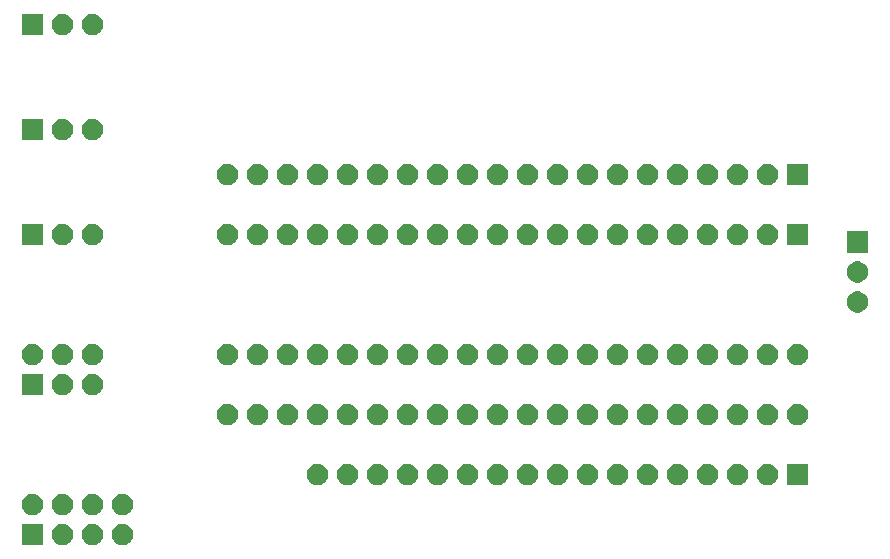
<source format=gts>
G04 #@! TF.GenerationSoftware,KiCad,Pcbnew,(5.1.6)-1*
G04 #@! TF.CreationDate,2021-05-11T11:26:14+01:00*
G04 #@! TF.ProjectId,cpu_exp_65xx_6x09,6370755f-6578-4705-9f36-3578785f3678,3.01*
G04 #@! TF.SameCoordinates,Original*
G04 #@! TF.FileFunction,Soldermask,Top*
G04 #@! TF.FilePolarity,Negative*
%FSLAX46Y46*%
G04 Gerber Fmt 4.6, Leading zero omitted, Abs format (unit mm)*
G04 Created by KiCad (PCBNEW (5.1.6)-1) date 2021-05-11 11:26:14*
%MOMM*%
%LPD*%
G01*
G04 APERTURE LIST*
%ADD10C,0.100000*%
G04 APERTURE END LIST*
D10*
G36*
X97903512Y-72763927D02*
G01*
X98052812Y-72793624D01*
X98216784Y-72861544D01*
X98364354Y-72960147D01*
X98489853Y-73085646D01*
X98588456Y-73233216D01*
X98656376Y-73397188D01*
X98691000Y-73571259D01*
X98691000Y-73748741D01*
X98656376Y-73922812D01*
X98588456Y-74086784D01*
X98489853Y-74234354D01*
X98364354Y-74359853D01*
X98216784Y-74458456D01*
X98052812Y-74526376D01*
X97903512Y-74556073D01*
X97878742Y-74561000D01*
X97701258Y-74561000D01*
X97676488Y-74556073D01*
X97527188Y-74526376D01*
X97363216Y-74458456D01*
X97215646Y-74359853D01*
X97090147Y-74234354D01*
X96991544Y-74086784D01*
X96923624Y-73922812D01*
X96889000Y-73748741D01*
X96889000Y-73571259D01*
X96923624Y-73397188D01*
X96991544Y-73233216D01*
X97090147Y-73085646D01*
X97215646Y-72960147D01*
X97363216Y-72861544D01*
X97527188Y-72793624D01*
X97676488Y-72763927D01*
X97701258Y-72759000D01*
X97878742Y-72759000D01*
X97903512Y-72763927D01*
G37*
G36*
X92823512Y-72763927D02*
G01*
X92972812Y-72793624D01*
X93136784Y-72861544D01*
X93284354Y-72960147D01*
X93409853Y-73085646D01*
X93508456Y-73233216D01*
X93576376Y-73397188D01*
X93611000Y-73571259D01*
X93611000Y-73748741D01*
X93576376Y-73922812D01*
X93508456Y-74086784D01*
X93409853Y-74234354D01*
X93284354Y-74359853D01*
X93136784Y-74458456D01*
X92972812Y-74526376D01*
X92823512Y-74556073D01*
X92798742Y-74561000D01*
X92621258Y-74561000D01*
X92596488Y-74556073D01*
X92447188Y-74526376D01*
X92283216Y-74458456D01*
X92135646Y-74359853D01*
X92010147Y-74234354D01*
X91911544Y-74086784D01*
X91843624Y-73922812D01*
X91809000Y-73748741D01*
X91809000Y-73571259D01*
X91843624Y-73397188D01*
X91911544Y-73233216D01*
X92010147Y-73085646D01*
X92135646Y-72960147D01*
X92283216Y-72861544D01*
X92447188Y-72793624D01*
X92596488Y-72763927D01*
X92621258Y-72759000D01*
X92798742Y-72759000D01*
X92823512Y-72763927D01*
G37*
G36*
X91071000Y-74561000D02*
G01*
X89269000Y-74561000D01*
X89269000Y-72759000D01*
X91071000Y-72759000D01*
X91071000Y-74561000D01*
G37*
G36*
X95363512Y-72763927D02*
G01*
X95512812Y-72793624D01*
X95676784Y-72861544D01*
X95824354Y-72960147D01*
X95949853Y-73085646D01*
X96048456Y-73233216D01*
X96116376Y-73397188D01*
X96151000Y-73571259D01*
X96151000Y-73748741D01*
X96116376Y-73922812D01*
X96048456Y-74086784D01*
X95949853Y-74234354D01*
X95824354Y-74359853D01*
X95676784Y-74458456D01*
X95512812Y-74526376D01*
X95363512Y-74556073D01*
X95338742Y-74561000D01*
X95161258Y-74561000D01*
X95136488Y-74556073D01*
X94987188Y-74526376D01*
X94823216Y-74458456D01*
X94675646Y-74359853D01*
X94550147Y-74234354D01*
X94451544Y-74086784D01*
X94383624Y-73922812D01*
X94349000Y-73748741D01*
X94349000Y-73571259D01*
X94383624Y-73397188D01*
X94451544Y-73233216D01*
X94550147Y-73085646D01*
X94675646Y-72960147D01*
X94823216Y-72861544D01*
X94987188Y-72793624D01*
X95136488Y-72763927D01*
X95161258Y-72759000D01*
X95338742Y-72759000D01*
X95363512Y-72763927D01*
G37*
G36*
X92823512Y-70223927D02*
G01*
X92972812Y-70253624D01*
X93136784Y-70321544D01*
X93284354Y-70420147D01*
X93409853Y-70545646D01*
X93508456Y-70693216D01*
X93576376Y-70857188D01*
X93611000Y-71031259D01*
X93611000Y-71208741D01*
X93576376Y-71382812D01*
X93508456Y-71546784D01*
X93409853Y-71694354D01*
X93284354Y-71819853D01*
X93136784Y-71918456D01*
X92972812Y-71986376D01*
X92823512Y-72016073D01*
X92798742Y-72021000D01*
X92621258Y-72021000D01*
X92596488Y-72016073D01*
X92447188Y-71986376D01*
X92283216Y-71918456D01*
X92135646Y-71819853D01*
X92010147Y-71694354D01*
X91911544Y-71546784D01*
X91843624Y-71382812D01*
X91809000Y-71208741D01*
X91809000Y-71031259D01*
X91843624Y-70857188D01*
X91911544Y-70693216D01*
X92010147Y-70545646D01*
X92135646Y-70420147D01*
X92283216Y-70321544D01*
X92447188Y-70253624D01*
X92596488Y-70223927D01*
X92621258Y-70219000D01*
X92798742Y-70219000D01*
X92823512Y-70223927D01*
G37*
G36*
X97903512Y-70223927D02*
G01*
X98052812Y-70253624D01*
X98216784Y-70321544D01*
X98364354Y-70420147D01*
X98489853Y-70545646D01*
X98588456Y-70693216D01*
X98656376Y-70857188D01*
X98691000Y-71031259D01*
X98691000Y-71208741D01*
X98656376Y-71382812D01*
X98588456Y-71546784D01*
X98489853Y-71694354D01*
X98364354Y-71819853D01*
X98216784Y-71918456D01*
X98052812Y-71986376D01*
X97903512Y-72016073D01*
X97878742Y-72021000D01*
X97701258Y-72021000D01*
X97676488Y-72016073D01*
X97527188Y-71986376D01*
X97363216Y-71918456D01*
X97215646Y-71819853D01*
X97090147Y-71694354D01*
X96991544Y-71546784D01*
X96923624Y-71382812D01*
X96889000Y-71208741D01*
X96889000Y-71031259D01*
X96923624Y-70857188D01*
X96991544Y-70693216D01*
X97090147Y-70545646D01*
X97215646Y-70420147D01*
X97363216Y-70321544D01*
X97527188Y-70253624D01*
X97676488Y-70223927D01*
X97701258Y-70219000D01*
X97878742Y-70219000D01*
X97903512Y-70223927D01*
G37*
G36*
X95363512Y-70223927D02*
G01*
X95512812Y-70253624D01*
X95676784Y-70321544D01*
X95824354Y-70420147D01*
X95949853Y-70545646D01*
X96048456Y-70693216D01*
X96116376Y-70857188D01*
X96151000Y-71031259D01*
X96151000Y-71208741D01*
X96116376Y-71382812D01*
X96048456Y-71546784D01*
X95949853Y-71694354D01*
X95824354Y-71819853D01*
X95676784Y-71918456D01*
X95512812Y-71986376D01*
X95363512Y-72016073D01*
X95338742Y-72021000D01*
X95161258Y-72021000D01*
X95136488Y-72016073D01*
X94987188Y-71986376D01*
X94823216Y-71918456D01*
X94675646Y-71819853D01*
X94550147Y-71694354D01*
X94451544Y-71546784D01*
X94383624Y-71382812D01*
X94349000Y-71208741D01*
X94349000Y-71031259D01*
X94383624Y-70857188D01*
X94451544Y-70693216D01*
X94550147Y-70545646D01*
X94675646Y-70420147D01*
X94823216Y-70321544D01*
X94987188Y-70253624D01*
X95136488Y-70223927D01*
X95161258Y-70219000D01*
X95338742Y-70219000D01*
X95363512Y-70223927D01*
G37*
G36*
X90283512Y-70223927D02*
G01*
X90432812Y-70253624D01*
X90596784Y-70321544D01*
X90744354Y-70420147D01*
X90869853Y-70545646D01*
X90968456Y-70693216D01*
X91036376Y-70857188D01*
X91071000Y-71031259D01*
X91071000Y-71208741D01*
X91036376Y-71382812D01*
X90968456Y-71546784D01*
X90869853Y-71694354D01*
X90744354Y-71819853D01*
X90596784Y-71918456D01*
X90432812Y-71986376D01*
X90283512Y-72016073D01*
X90258742Y-72021000D01*
X90081258Y-72021000D01*
X90056488Y-72016073D01*
X89907188Y-71986376D01*
X89743216Y-71918456D01*
X89595646Y-71819853D01*
X89470147Y-71694354D01*
X89371544Y-71546784D01*
X89303624Y-71382812D01*
X89269000Y-71208741D01*
X89269000Y-71031259D01*
X89303624Y-70857188D01*
X89371544Y-70693216D01*
X89470147Y-70545646D01*
X89595646Y-70420147D01*
X89743216Y-70321544D01*
X89907188Y-70253624D01*
X90056488Y-70223927D01*
X90081258Y-70219000D01*
X90258742Y-70219000D01*
X90283512Y-70223927D01*
G37*
G36*
X152513512Y-67683927D02*
G01*
X152662812Y-67713624D01*
X152826784Y-67781544D01*
X152974354Y-67880147D01*
X153099853Y-68005646D01*
X153198456Y-68153216D01*
X153266376Y-68317188D01*
X153301000Y-68491259D01*
X153301000Y-68668741D01*
X153266376Y-68842812D01*
X153198456Y-69006784D01*
X153099853Y-69154354D01*
X152974354Y-69279853D01*
X152826784Y-69378456D01*
X152662812Y-69446376D01*
X152513512Y-69476073D01*
X152488742Y-69481000D01*
X152311258Y-69481000D01*
X152286488Y-69476073D01*
X152137188Y-69446376D01*
X151973216Y-69378456D01*
X151825646Y-69279853D01*
X151700147Y-69154354D01*
X151601544Y-69006784D01*
X151533624Y-68842812D01*
X151499000Y-68668741D01*
X151499000Y-68491259D01*
X151533624Y-68317188D01*
X151601544Y-68153216D01*
X151700147Y-68005646D01*
X151825646Y-67880147D01*
X151973216Y-67781544D01*
X152137188Y-67713624D01*
X152286488Y-67683927D01*
X152311258Y-67679000D01*
X152488742Y-67679000D01*
X152513512Y-67683927D01*
G37*
G36*
X134733512Y-67683927D02*
G01*
X134882812Y-67713624D01*
X135046784Y-67781544D01*
X135194354Y-67880147D01*
X135319853Y-68005646D01*
X135418456Y-68153216D01*
X135486376Y-68317188D01*
X135521000Y-68491259D01*
X135521000Y-68668741D01*
X135486376Y-68842812D01*
X135418456Y-69006784D01*
X135319853Y-69154354D01*
X135194354Y-69279853D01*
X135046784Y-69378456D01*
X134882812Y-69446376D01*
X134733512Y-69476073D01*
X134708742Y-69481000D01*
X134531258Y-69481000D01*
X134506488Y-69476073D01*
X134357188Y-69446376D01*
X134193216Y-69378456D01*
X134045646Y-69279853D01*
X133920147Y-69154354D01*
X133821544Y-69006784D01*
X133753624Y-68842812D01*
X133719000Y-68668741D01*
X133719000Y-68491259D01*
X133753624Y-68317188D01*
X133821544Y-68153216D01*
X133920147Y-68005646D01*
X134045646Y-67880147D01*
X134193216Y-67781544D01*
X134357188Y-67713624D01*
X134506488Y-67683927D01*
X134531258Y-67679000D01*
X134708742Y-67679000D01*
X134733512Y-67683927D01*
G37*
G36*
X137273512Y-67683927D02*
G01*
X137422812Y-67713624D01*
X137586784Y-67781544D01*
X137734354Y-67880147D01*
X137859853Y-68005646D01*
X137958456Y-68153216D01*
X138026376Y-68317188D01*
X138061000Y-68491259D01*
X138061000Y-68668741D01*
X138026376Y-68842812D01*
X137958456Y-69006784D01*
X137859853Y-69154354D01*
X137734354Y-69279853D01*
X137586784Y-69378456D01*
X137422812Y-69446376D01*
X137273512Y-69476073D01*
X137248742Y-69481000D01*
X137071258Y-69481000D01*
X137046488Y-69476073D01*
X136897188Y-69446376D01*
X136733216Y-69378456D01*
X136585646Y-69279853D01*
X136460147Y-69154354D01*
X136361544Y-69006784D01*
X136293624Y-68842812D01*
X136259000Y-68668741D01*
X136259000Y-68491259D01*
X136293624Y-68317188D01*
X136361544Y-68153216D01*
X136460147Y-68005646D01*
X136585646Y-67880147D01*
X136733216Y-67781544D01*
X136897188Y-67713624D01*
X137046488Y-67683927D01*
X137071258Y-67679000D01*
X137248742Y-67679000D01*
X137273512Y-67683927D01*
G37*
G36*
X139813512Y-67683927D02*
G01*
X139962812Y-67713624D01*
X140126784Y-67781544D01*
X140274354Y-67880147D01*
X140399853Y-68005646D01*
X140498456Y-68153216D01*
X140566376Y-68317188D01*
X140601000Y-68491259D01*
X140601000Y-68668741D01*
X140566376Y-68842812D01*
X140498456Y-69006784D01*
X140399853Y-69154354D01*
X140274354Y-69279853D01*
X140126784Y-69378456D01*
X139962812Y-69446376D01*
X139813512Y-69476073D01*
X139788742Y-69481000D01*
X139611258Y-69481000D01*
X139586488Y-69476073D01*
X139437188Y-69446376D01*
X139273216Y-69378456D01*
X139125646Y-69279853D01*
X139000147Y-69154354D01*
X138901544Y-69006784D01*
X138833624Y-68842812D01*
X138799000Y-68668741D01*
X138799000Y-68491259D01*
X138833624Y-68317188D01*
X138901544Y-68153216D01*
X139000147Y-68005646D01*
X139125646Y-67880147D01*
X139273216Y-67781544D01*
X139437188Y-67713624D01*
X139586488Y-67683927D01*
X139611258Y-67679000D01*
X139788742Y-67679000D01*
X139813512Y-67683927D01*
G37*
G36*
X142353512Y-67683927D02*
G01*
X142502812Y-67713624D01*
X142666784Y-67781544D01*
X142814354Y-67880147D01*
X142939853Y-68005646D01*
X143038456Y-68153216D01*
X143106376Y-68317188D01*
X143141000Y-68491259D01*
X143141000Y-68668741D01*
X143106376Y-68842812D01*
X143038456Y-69006784D01*
X142939853Y-69154354D01*
X142814354Y-69279853D01*
X142666784Y-69378456D01*
X142502812Y-69446376D01*
X142353512Y-69476073D01*
X142328742Y-69481000D01*
X142151258Y-69481000D01*
X142126488Y-69476073D01*
X141977188Y-69446376D01*
X141813216Y-69378456D01*
X141665646Y-69279853D01*
X141540147Y-69154354D01*
X141441544Y-69006784D01*
X141373624Y-68842812D01*
X141339000Y-68668741D01*
X141339000Y-68491259D01*
X141373624Y-68317188D01*
X141441544Y-68153216D01*
X141540147Y-68005646D01*
X141665646Y-67880147D01*
X141813216Y-67781544D01*
X141977188Y-67713624D01*
X142126488Y-67683927D01*
X142151258Y-67679000D01*
X142328742Y-67679000D01*
X142353512Y-67683927D01*
G37*
G36*
X144893512Y-67683927D02*
G01*
X145042812Y-67713624D01*
X145206784Y-67781544D01*
X145354354Y-67880147D01*
X145479853Y-68005646D01*
X145578456Y-68153216D01*
X145646376Y-68317188D01*
X145681000Y-68491259D01*
X145681000Y-68668741D01*
X145646376Y-68842812D01*
X145578456Y-69006784D01*
X145479853Y-69154354D01*
X145354354Y-69279853D01*
X145206784Y-69378456D01*
X145042812Y-69446376D01*
X144893512Y-69476073D01*
X144868742Y-69481000D01*
X144691258Y-69481000D01*
X144666488Y-69476073D01*
X144517188Y-69446376D01*
X144353216Y-69378456D01*
X144205646Y-69279853D01*
X144080147Y-69154354D01*
X143981544Y-69006784D01*
X143913624Y-68842812D01*
X143879000Y-68668741D01*
X143879000Y-68491259D01*
X143913624Y-68317188D01*
X143981544Y-68153216D01*
X144080147Y-68005646D01*
X144205646Y-67880147D01*
X144353216Y-67781544D01*
X144517188Y-67713624D01*
X144666488Y-67683927D01*
X144691258Y-67679000D01*
X144868742Y-67679000D01*
X144893512Y-67683927D01*
G37*
G36*
X147433512Y-67683927D02*
G01*
X147582812Y-67713624D01*
X147746784Y-67781544D01*
X147894354Y-67880147D01*
X148019853Y-68005646D01*
X148118456Y-68153216D01*
X148186376Y-68317188D01*
X148221000Y-68491259D01*
X148221000Y-68668741D01*
X148186376Y-68842812D01*
X148118456Y-69006784D01*
X148019853Y-69154354D01*
X147894354Y-69279853D01*
X147746784Y-69378456D01*
X147582812Y-69446376D01*
X147433512Y-69476073D01*
X147408742Y-69481000D01*
X147231258Y-69481000D01*
X147206488Y-69476073D01*
X147057188Y-69446376D01*
X146893216Y-69378456D01*
X146745646Y-69279853D01*
X146620147Y-69154354D01*
X146521544Y-69006784D01*
X146453624Y-68842812D01*
X146419000Y-68668741D01*
X146419000Y-68491259D01*
X146453624Y-68317188D01*
X146521544Y-68153216D01*
X146620147Y-68005646D01*
X146745646Y-67880147D01*
X146893216Y-67781544D01*
X147057188Y-67713624D01*
X147206488Y-67683927D01*
X147231258Y-67679000D01*
X147408742Y-67679000D01*
X147433512Y-67683927D01*
G37*
G36*
X149973512Y-67683927D02*
G01*
X150122812Y-67713624D01*
X150286784Y-67781544D01*
X150434354Y-67880147D01*
X150559853Y-68005646D01*
X150658456Y-68153216D01*
X150726376Y-68317188D01*
X150761000Y-68491259D01*
X150761000Y-68668741D01*
X150726376Y-68842812D01*
X150658456Y-69006784D01*
X150559853Y-69154354D01*
X150434354Y-69279853D01*
X150286784Y-69378456D01*
X150122812Y-69446376D01*
X149973512Y-69476073D01*
X149948742Y-69481000D01*
X149771258Y-69481000D01*
X149746488Y-69476073D01*
X149597188Y-69446376D01*
X149433216Y-69378456D01*
X149285646Y-69279853D01*
X149160147Y-69154354D01*
X149061544Y-69006784D01*
X148993624Y-68842812D01*
X148959000Y-68668741D01*
X148959000Y-68491259D01*
X148993624Y-68317188D01*
X149061544Y-68153216D01*
X149160147Y-68005646D01*
X149285646Y-67880147D01*
X149433216Y-67781544D01*
X149597188Y-67713624D01*
X149746488Y-67683927D01*
X149771258Y-67679000D01*
X149948742Y-67679000D01*
X149973512Y-67683927D01*
G37*
G36*
X132193512Y-67683927D02*
G01*
X132342812Y-67713624D01*
X132506784Y-67781544D01*
X132654354Y-67880147D01*
X132779853Y-68005646D01*
X132878456Y-68153216D01*
X132946376Y-68317188D01*
X132981000Y-68491259D01*
X132981000Y-68668741D01*
X132946376Y-68842812D01*
X132878456Y-69006784D01*
X132779853Y-69154354D01*
X132654354Y-69279853D01*
X132506784Y-69378456D01*
X132342812Y-69446376D01*
X132193512Y-69476073D01*
X132168742Y-69481000D01*
X131991258Y-69481000D01*
X131966488Y-69476073D01*
X131817188Y-69446376D01*
X131653216Y-69378456D01*
X131505646Y-69279853D01*
X131380147Y-69154354D01*
X131281544Y-69006784D01*
X131213624Y-68842812D01*
X131179000Y-68668741D01*
X131179000Y-68491259D01*
X131213624Y-68317188D01*
X131281544Y-68153216D01*
X131380147Y-68005646D01*
X131505646Y-67880147D01*
X131653216Y-67781544D01*
X131817188Y-67713624D01*
X131966488Y-67683927D01*
X131991258Y-67679000D01*
X132168742Y-67679000D01*
X132193512Y-67683927D01*
G37*
G36*
X129653512Y-67683927D02*
G01*
X129802812Y-67713624D01*
X129966784Y-67781544D01*
X130114354Y-67880147D01*
X130239853Y-68005646D01*
X130338456Y-68153216D01*
X130406376Y-68317188D01*
X130441000Y-68491259D01*
X130441000Y-68668741D01*
X130406376Y-68842812D01*
X130338456Y-69006784D01*
X130239853Y-69154354D01*
X130114354Y-69279853D01*
X129966784Y-69378456D01*
X129802812Y-69446376D01*
X129653512Y-69476073D01*
X129628742Y-69481000D01*
X129451258Y-69481000D01*
X129426488Y-69476073D01*
X129277188Y-69446376D01*
X129113216Y-69378456D01*
X128965646Y-69279853D01*
X128840147Y-69154354D01*
X128741544Y-69006784D01*
X128673624Y-68842812D01*
X128639000Y-68668741D01*
X128639000Y-68491259D01*
X128673624Y-68317188D01*
X128741544Y-68153216D01*
X128840147Y-68005646D01*
X128965646Y-67880147D01*
X129113216Y-67781544D01*
X129277188Y-67713624D01*
X129426488Y-67683927D01*
X129451258Y-67679000D01*
X129628742Y-67679000D01*
X129653512Y-67683927D01*
G37*
G36*
X127113512Y-67683927D02*
G01*
X127262812Y-67713624D01*
X127426784Y-67781544D01*
X127574354Y-67880147D01*
X127699853Y-68005646D01*
X127798456Y-68153216D01*
X127866376Y-68317188D01*
X127901000Y-68491259D01*
X127901000Y-68668741D01*
X127866376Y-68842812D01*
X127798456Y-69006784D01*
X127699853Y-69154354D01*
X127574354Y-69279853D01*
X127426784Y-69378456D01*
X127262812Y-69446376D01*
X127113512Y-69476073D01*
X127088742Y-69481000D01*
X126911258Y-69481000D01*
X126886488Y-69476073D01*
X126737188Y-69446376D01*
X126573216Y-69378456D01*
X126425646Y-69279853D01*
X126300147Y-69154354D01*
X126201544Y-69006784D01*
X126133624Y-68842812D01*
X126099000Y-68668741D01*
X126099000Y-68491259D01*
X126133624Y-68317188D01*
X126201544Y-68153216D01*
X126300147Y-68005646D01*
X126425646Y-67880147D01*
X126573216Y-67781544D01*
X126737188Y-67713624D01*
X126886488Y-67683927D01*
X126911258Y-67679000D01*
X127088742Y-67679000D01*
X127113512Y-67683927D01*
G37*
G36*
X124573512Y-67683927D02*
G01*
X124722812Y-67713624D01*
X124886784Y-67781544D01*
X125034354Y-67880147D01*
X125159853Y-68005646D01*
X125258456Y-68153216D01*
X125326376Y-68317188D01*
X125361000Y-68491259D01*
X125361000Y-68668741D01*
X125326376Y-68842812D01*
X125258456Y-69006784D01*
X125159853Y-69154354D01*
X125034354Y-69279853D01*
X124886784Y-69378456D01*
X124722812Y-69446376D01*
X124573512Y-69476073D01*
X124548742Y-69481000D01*
X124371258Y-69481000D01*
X124346488Y-69476073D01*
X124197188Y-69446376D01*
X124033216Y-69378456D01*
X123885646Y-69279853D01*
X123760147Y-69154354D01*
X123661544Y-69006784D01*
X123593624Y-68842812D01*
X123559000Y-68668741D01*
X123559000Y-68491259D01*
X123593624Y-68317188D01*
X123661544Y-68153216D01*
X123760147Y-68005646D01*
X123885646Y-67880147D01*
X124033216Y-67781544D01*
X124197188Y-67713624D01*
X124346488Y-67683927D01*
X124371258Y-67679000D01*
X124548742Y-67679000D01*
X124573512Y-67683927D01*
G37*
G36*
X122033512Y-67683927D02*
G01*
X122182812Y-67713624D01*
X122346784Y-67781544D01*
X122494354Y-67880147D01*
X122619853Y-68005646D01*
X122718456Y-68153216D01*
X122786376Y-68317188D01*
X122821000Y-68491259D01*
X122821000Y-68668741D01*
X122786376Y-68842812D01*
X122718456Y-69006784D01*
X122619853Y-69154354D01*
X122494354Y-69279853D01*
X122346784Y-69378456D01*
X122182812Y-69446376D01*
X122033512Y-69476073D01*
X122008742Y-69481000D01*
X121831258Y-69481000D01*
X121806488Y-69476073D01*
X121657188Y-69446376D01*
X121493216Y-69378456D01*
X121345646Y-69279853D01*
X121220147Y-69154354D01*
X121121544Y-69006784D01*
X121053624Y-68842812D01*
X121019000Y-68668741D01*
X121019000Y-68491259D01*
X121053624Y-68317188D01*
X121121544Y-68153216D01*
X121220147Y-68005646D01*
X121345646Y-67880147D01*
X121493216Y-67781544D01*
X121657188Y-67713624D01*
X121806488Y-67683927D01*
X121831258Y-67679000D01*
X122008742Y-67679000D01*
X122033512Y-67683927D01*
G37*
G36*
X119493512Y-67683927D02*
G01*
X119642812Y-67713624D01*
X119806784Y-67781544D01*
X119954354Y-67880147D01*
X120079853Y-68005646D01*
X120178456Y-68153216D01*
X120246376Y-68317188D01*
X120281000Y-68491259D01*
X120281000Y-68668741D01*
X120246376Y-68842812D01*
X120178456Y-69006784D01*
X120079853Y-69154354D01*
X119954354Y-69279853D01*
X119806784Y-69378456D01*
X119642812Y-69446376D01*
X119493512Y-69476073D01*
X119468742Y-69481000D01*
X119291258Y-69481000D01*
X119266488Y-69476073D01*
X119117188Y-69446376D01*
X118953216Y-69378456D01*
X118805646Y-69279853D01*
X118680147Y-69154354D01*
X118581544Y-69006784D01*
X118513624Y-68842812D01*
X118479000Y-68668741D01*
X118479000Y-68491259D01*
X118513624Y-68317188D01*
X118581544Y-68153216D01*
X118680147Y-68005646D01*
X118805646Y-67880147D01*
X118953216Y-67781544D01*
X119117188Y-67713624D01*
X119266488Y-67683927D01*
X119291258Y-67679000D01*
X119468742Y-67679000D01*
X119493512Y-67683927D01*
G37*
G36*
X116953512Y-67683927D02*
G01*
X117102812Y-67713624D01*
X117266784Y-67781544D01*
X117414354Y-67880147D01*
X117539853Y-68005646D01*
X117638456Y-68153216D01*
X117706376Y-68317188D01*
X117741000Y-68491259D01*
X117741000Y-68668741D01*
X117706376Y-68842812D01*
X117638456Y-69006784D01*
X117539853Y-69154354D01*
X117414354Y-69279853D01*
X117266784Y-69378456D01*
X117102812Y-69446376D01*
X116953512Y-69476073D01*
X116928742Y-69481000D01*
X116751258Y-69481000D01*
X116726488Y-69476073D01*
X116577188Y-69446376D01*
X116413216Y-69378456D01*
X116265646Y-69279853D01*
X116140147Y-69154354D01*
X116041544Y-69006784D01*
X115973624Y-68842812D01*
X115939000Y-68668741D01*
X115939000Y-68491259D01*
X115973624Y-68317188D01*
X116041544Y-68153216D01*
X116140147Y-68005646D01*
X116265646Y-67880147D01*
X116413216Y-67781544D01*
X116577188Y-67713624D01*
X116726488Y-67683927D01*
X116751258Y-67679000D01*
X116928742Y-67679000D01*
X116953512Y-67683927D01*
G37*
G36*
X114413512Y-67683927D02*
G01*
X114562812Y-67713624D01*
X114726784Y-67781544D01*
X114874354Y-67880147D01*
X114999853Y-68005646D01*
X115098456Y-68153216D01*
X115166376Y-68317188D01*
X115201000Y-68491259D01*
X115201000Y-68668741D01*
X115166376Y-68842812D01*
X115098456Y-69006784D01*
X114999853Y-69154354D01*
X114874354Y-69279853D01*
X114726784Y-69378456D01*
X114562812Y-69446376D01*
X114413512Y-69476073D01*
X114388742Y-69481000D01*
X114211258Y-69481000D01*
X114186488Y-69476073D01*
X114037188Y-69446376D01*
X113873216Y-69378456D01*
X113725646Y-69279853D01*
X113600147Y-69154354D01*
X113501544Y-69006784D01*
X113433624Y-68842812D01*
X113399000Y-68668741D01*
X113399000Y-68491259D01*
X113433624Y-68317188D01*
X113501544Y-68153216D01*
X113600147Y-68005646D01*
X113725646Y-67880147D01*
X113873216Y-67781544D01*
X114037188Y-67713624D01*
X114186488Y-67683927D01*
X114211258Y-67679000D01*
X114388742Y-67679000D01*
X114413512Y-67683927D01*
G37*
G36*
X155841000Y-69481000D02*
G01*
X154039000Y-69481000D01*
X154039000Y-67679000D01*
X155841000Y-67679000D01*
X155841000Y-69481000D01*
G37*
G36*
X134733512Y-62603927D02*
G01*
X134882812Y-62633624D01*
X135046784Y-62701544D01*
X135194354Y-62800147D01*
X135319853Y-62925646D01*
X135418456Y-63073216D01*
X135486376Y-63237188D01*
X135521000Y-63411259D01*
X135521000Y-63588741D01*
X135486376Y-63762812D01*
X135418456Y-63926784D01*
X135319853Y-64074354D01*
X135194354Y-64199853D01*
X135046784Y-64298456D01*
X134882812Y-64366376D01*
X134733512Y-64396073D01*
X134708742Y-64401000D01*
X134531258Y-64401000D01*
X134506488Y-64396073D01*
X134357188Y-64366376D01*
X134193216Y-64298456D01*
X134045646Y-64199853D01*
X133920147Y-64074354D01*
X133821544Y-63926784D01*
X133753624Y-63762812D01*
X133719000Y-63588741D01*
X133719000Y-63411259D01*
X133753624Y-63237188D01*
X133821544Y-63073216D01*
X133920147Y-62925646D01*
X134045646Y-62800147D01*
X134193216Y-62701544D01*
X134357188Y-62633624D01*
X134506488Y-62603927D01*
X134531258Y-62599000D01*
X134708742Y-62599000D01*
X134733512Y-62603927D01*
G37*
G36*
X137273512Y-62603927D02*
G01*
X137422812Y-62633624D01*
X137586784Y-62701544D01*
X137734354Y-62800147D01*
X137859853Y-62925646D01*
X137958456Y-63073216D01*
X138026376Y-63237188D01*
X138061000Y-63411259D01*
X138061000Y-63588741D01*
X138026376Y-63762812D01*
X137958456Y-63926784D01*
X137859853Y-64074354D01*
X137734354Y-64199853D01*
X137586784Y-64298456D01*
X137422812Y-64366376D01*
X137273512Y-64396073D01*
X137248742Y-64401000D01*
X137071258Y-64401000D01*
X137046488Y-64396073D01*
X136897188Y-64366376D01*
X136733216Y-64298456D01*
X136585646Y-64199853D01*
X136460147Y-64074354D01*
X136361544Y-63926784D01*
X136293624Y-63762812D01*
X136259000Y-63588741D01*
X136259000Y-63411259D01*
X136293624Y-63237188D01*
X136361544Y-63073216D01*
X136460147Y-62925646D01*
X136585646Y-62800147D01*
X136733216Y-62701544D01*
X136897188Y-62633624D01*
X137046488Y-62603927D01*
X137071258Y-62599000D01*
X137248742Y-62599000D01*
X137273512Y-62603927D01*
G37*
G36*
X139813512Y-62603927D02*
G01*
X139962812Y-62633624D01*
X140126784Y-62701544D01*
X140274354Y-62800147D01*
X140399853Y-62925646D01*
X140498456Y-63073216D01*
X140566376Y-63237188D01*
X140601000Y-63411259D01*
X140601000Y-63588741D01*
X140566376Y-63762812D01*
X140498456Y-63926784D01*
X140399853Y-64074354D01*
X140274354Y-64199853D01*
X140126784Y-64298456D01*
X139962812Y-64366376D01*
X139813512Y-64396073D01*
X139788742Y-64401000D01*
X139611258Y-64401000D01*
X139586488Y-64396073D01*
X139437188Y-64366376D01*
X139273216Y-64298456D01*
X139125646Y-64199853D01*
X139000147Y-64074354D01*
X138901544Y-63926784D01*
X138833624Y-63762812D01*
X138799000Y-63588741D01*
X138799000Y-63411259D01*
X138833624Y-63237188D01*
X138901544Y-63073216D01*
X139000147Y-62925646D01*
X139125646Y-62800147D01*
X139273216Y-62701544D01*
X139437188Y-62633624D01*
X139586488Y-62603927D01*
X139611258Y-62599000D01*
X139788742Y-62599000D01*
X139813512Y-62603927D01*
G37*
G36*
X142353512Y-62603927D02*
G01*
X142502812Y-62633624D01*
X142666784Y-62701544D01*
X142814354Y-62800147D01*
X142939853Y-62925646D01*
X143038456Y-63073216D01*
X143106376Y-63237188D01*
X143141000Y-63411259D01*
X143141000Y-63588741D01*
X143106376Y-63762812D01*
X143038456Y-63926784D01*
X142939853Y-64074354D01*
X142814354Y-64199853D01*
X142666784Y-64298456D01*
X142502812Y-64366376D01*
X142353512Y-64396073D01*
X142328742Y-64401000D01*
X142151258Y-64401000D01*
X142126488Y-64396073D01*
X141977188Y-64366376D01*
X141813216Y-64298456D01*
X141665646Y-64199853D01*
X141540147Y-64074354D01*
X141441544Y-63926784D01*
X141373624Y-63762812D01*
X141339000Y-63588741D01*
X141339000Y-63411259D01*
X141373624Y-63237188D01*
X141441544Y-63073216D01*
X141540147Y-62925646D01*
X141665646Y-62800147D01*
X141813216Y-62701544D01*
X141977188Y-62633624D01*
X142126488Y-62603927D01*
X142151258Y-62599000D01*
X142328742Y-62599000D01*
X142353512Y-62603927D01*
G37*
G36*
X147433512Y-62603927D02*
G01*
X147582812Y-62633624D01*
X147746784Y-62701544D01*
X147894354Y-62800147D01*
X148019853Y-62925646D01*
X148118456Y-63073216D01*
X148186376Y-63237188D01*
X148221000Y-63411259D01*
X148221000Y-63588741D01*
X148186376Y-63762812D01*
X148118456Y-63926784D01*
X148019853Y-64074354D01*
X147894354Y-64199853D01*
X147746784Y-64298456D01*
X147582812Y-64366376D01*
X147433512Y-64396073D01*
X147408742Y-64401000D01*
X147231258Y-64401000D01*
X147206488Y-64396073D01*
X147057188Y-64366376D01*
X146893216Y-64298456D01*
X146745646Y-64199853D01*
X146620147Y-64074354D01*
X146521544Y-63926784D01*
X146453624Y-63762812D01*
X146419000Y-63588741D01*
X146419000Y-63411259D01*
X146453624Y-63237188D01*
X146521544Y-63073216D01*
X146620147Y-62925646D01*
X146745646Y-62800147D01*
X146893216Y-62701544D01*
X147057188Y-62633624D01*
X147206488Y-62603927D01*
X147231258Y-62599000D01*
X147408742Y-62599000D01*
X147433512Y-62603927D01*
G37*
G36*
X149973512Y-62603927D02*
G01*
X150122812Y-62633624D01*
X150286784Y-62701544D01*
X150434354Y-62800147D01*
X150559853Y-62925646D01*
X150658456Y-63073216D01*
X150726376Y-63237188D01*
X150761000Y-63411259D01*
X150761000Y-63588741D01*
X150726376Y-63762812D01*
X150658456Y-63926784D01*
X150559853Y-64074354D01*
X150434354Y-64199853D01*
X150286784Y-64298456D01*
X150122812Y-64366376D01*
X149973512Y-64396073D01*
X149948742Y-64401000D01*
X149771258Y-64401000D01*
X149746488Y-64396073D01*
X149597188Y-64366376D01*
X149433216Y-64298456D01*
X149285646Y-64199853D01*
X149160147Y-64074354D01*
X149061544Y-63926784D01*
X148993624Y-63762812D01*
X148959000Y-63588741D01*
X148959000Y-63411259D01*
X148993624Y-63237188D01*
X149061544Y-63073216D01*
X149160147Y-62925646D01*
X149285646Y-62800147D01*
X149433216Y-62701544D01*
X149597188Y-62633624D01*
X149746488Y-62603927D01*
X149771258Y-62599000D01*
X149948742Y-62599000D01*
X149973512Y-62603927D01*
G37*
G36*
X152513512Y-62603927D02*
G01*
X152662812Y-62633624D01*
X152826784Y-62701544D01*
X152974354Y-62800147D01*
X153099853Y-62925646D01*
X153198456Y-63073216D01*
X153266376Y-63237188D01*
X153301000Y-63411259D01*
X153301000Y-63588741D01*
X153266376Y-63762812D01*
X153198456Y-63926784D01*
X153099853Y-64074354D01*
X152974354Y-64199853D01*
X152826784Y-64298456D01*
X152662812Y-64366376D01*
X152513512Y-64396073D01*
X152488742Y-64401000D01*
X152311258Y-64401000D01*
X152286488Y-64396073D01*
X152137188Y-64366376D01*
X151973216Y-64298456D01*
X151825646Y-64199853D01*
X151700147Y-64074354D01*
X151601544Y-63926784D01*
X151533624Y-63762812D01*
X151499000Y-63588741D01*
X151499000Y-63411259D01*
X151533624Y-63237188D01*
X151601544Y-63073216D01*
X151700147Y-62925646D01*
X151825646Y-62800147D01*
X151973216Y-62701544D01*
X152137188Y-62633624D01*
X152286488Y-62603927D01*
X152311258Y-62599000D01*
X152488742Y-62599000D01*
X152513512Y-62603927D01*
G37*
G36*
X155053512Y-62603927D02*
G01*
X155202812Y-62633624D01*
X155366784Y-62701544D01*
X155514354Y-62800147D01*
X155639853Y-62925646D01*
X155738456Y-63073216D01*
X155806376Y-63237188D01*
X155841000Y-63411259D01*
X155841000Y-63588741D01*
X155806376Y-63762812D01*
X155738456Y-63926784D01*
X155639853Y-64074354D01*
X155514354Y-64199853D01*
X155366784Y-64298456D01*
X155202812Y-64366376D01*
X155053512Y-64396073D01*
X155028742Y-64401000D01*
X154851258Y-64401000D01*
X154826488Y-64396073D01*
X154677188Y-64366376D01*
X154513216Y-64298456D01*
X154365646Y-64199853D01*
X154240147Y-64074354D01*
X154141544Y-63926784D01*
X154073624Y-63762812D01*
X154039000Y-63588741D01*
X154039000Y-63411259D01*
X154073624Y-63237188D01*
X154141544Y-63073216D01*
X154240147Y-62925646D01*
X154365646Y-62800147D01*
X154513216Y-62701544D01*
X154677188Y-62633624D01*
X154826488Y-62603927D01*
X154851258Y-62599000D01*
X155028742Y-62599000D01*
X155053512Y-62603927D01*
G37*
G36*
X144893512Y-62603927D02*
G01*
X145042812Y-62633624D01*
X145206784Y-62701544D01*
X145354354Y-62800147D01*
X145479853Y-62925646D01*
X145578456Y-63073216D01*
X145646376Y-63237188D01*
X145681000Y-63411259D01*
X145681000Y-63588741D01*
X145646376Y-63762812D01*
X145578456Y-63926784D01*
X145479853Y-64074354D01*
X145354354Y-64199853D01*
X145206784Y-64298456D01*
X145042812Y-64366376D01*
X144893512Y-64396073D01*
X144868742Y-64401000D01*
X144691258Y-64401000D01*
X144666488Y-64396073D01*
X144517188Y-64366376D01*
X144353216Y-64298456D01*
X144205646Y-64199853D01*
X144080147Y-64074354D01*
X143981544Y-63926784D01*
X143913624Y-63762812D01*
X143879000Y-63588741D01*
X143879000Y-63411259D01*
X143913624Y-63237188D01*
X143981544Y-63073216D01*
X144080147Y-62925646D01*
X144205646Y-62800147D01*
X144353216Y-62701544D01*
X144517188Y-62633624D01*
X144666488Y-62603927D01*
X144691258Y-62599000D01*
X144868742Y-62599000D01*
X144893512Y-62603927D01*
G37*
G36*
X119493512Y-62603927D02*
G01*
X119642812Y-62633624D01*
X119806784Y-62701544D01*
X119954354Y-62800147D01*
X120079853Y-62925646D01*
X120178456Y-63073216D01*
X120246376Y-63237188D01*
X120281000Y-63411259D01*
X120281000Y-63588741D01*
X120246376Y-63762812D01*
X120178456Y-63926784D01*
X120079853Y-64074354D01*
X119954354Y-64199853D01*
X119806784Y-64298456D01*
X119642812Y-64366376D01*
X119493512Y-64396073D01*
X119468742Y-64401000D01*
X119291258Y-64401000D01*
X119266488Y-64396073D01*
X119117188Y-64366376D01*
X118953216Y-64298456D01*
X118805646Y-64199853D01*
X118680147Y-64074354D01*
X118581544Y-63926784D01*
X118513624Y-63762812D01*
X118479000Y-63588741D01*
X118479000Y-63411259D01*
X118513624Y-63237188D01*
X118581544Y-63073216D01*
X118680147Y-62925646D01*
X118805646Y-62800147D01*
X118953216Y-62701544D01*
X119117188Y-62633624D01*
X119266488Y-62603927D01*
X119291258Y-62599000D01*
X119468742Y-62599000D01*
X119493512Y-62603927D01*
G37*
G36*
X106793512Y-62603927D02*
G01*
X106942812Y-62633624D01*
X107106784Y-62701544D01*
X107254354Y-62800147D01*
X107379853Y-62925646D01*
X107478456Y-63073216D01*
X107546376Y-63237188D01*
X107581000Y-63411259D01*
X107581000Y-63588741D01*
X107546376Y-63762812D01*
X107478456Y-63926784D01*
X107379853Y-64074354D01*
X107254354Y-64199853D01*
X107106784Y-64298456D01*
X106942812Y-64366376D01*
X106793512Y-64396073D01*
X106768742Y-64401000D01*
X106591258Y-64401000D01*
X106566488Y-64396073D01*
X106417188Y-64366376D01*
X106253216Y-64298456D01*
X106105646Y-64199853D01*
X105980147Y-64074354D01*
X105881544Y-63926784D01*
X105813624Y-63762812D01*
X105779000Y-63588741D01*
X105779000Y-63411259D01*
X105813624Y-63237188D01*
X105881544Y-63073216D01*
X105980147Y-62925646D01*
X106105646Y-62800147D01*
X106253216Y-62701544D01*
X106417188Y-62633624D01*
X106566488Y-62603927D01*
X106591258Y-62599000D01*
X106768742Y-62599000D01*
X106793512Y-62603927D01*
G37*
G36*
X109333512Y-62603927D02*
G01*
X109482812Y-62633624D01*
X109646784Y-62701544D01*
X109794354Y-62800147D01*
X109919853Y-62925646D01*
X110018456Y-63073216D01*
X110086376Y-63237188D01*
X110121000Y-63411259D01*
X110121000Y-63588741D01*
X110086376Y-63762812D01*
X110018456Y-63926784D01*
X109919853Y-64074354D01*
X109794354Y-64199853D01*
X109646784Y-64298456D01*
X109482812Y-64366376D01*
X109333512Y-64396073D01*
X109308742Y-64401000D01*
X109131258Y-64401000D01*
X109106488Y-64396073D01*
X108957188Y-64366376D01*
X108793216Y-64298456D01*
X108645646Y-64199853D01*
X108520147Y-64074354D01*
X108421544Y-63926784D01*
X108353624Y-63762812D01*
X108319000Y-63588741D01*
X108319000Y-63411259D01*
X108353624Y-63237188D01*
X108421544Y-63073216D01*
X108520147Y-62925646D01*
X108645646Y-62800147D01*
X108793216Y-62701544D01*
X108957188Y-62633624D01*
X109106488Y-62603927D01*
X109131258Y-62599000D01*
X109308742Y-62599000D01*
X109333512Y-62603927D01*
G37*
G36*
X111873512Y-62603927D02*
G01*
X112022812Y-62633624D01*
X112186784Y-62701544D01*
X112334354Y-62800147D01*
X112459853Y-62925646D01*
X112558456Y-63073216D01*
X112626376Y-63237188D01*
X112661000Y-63411259D01*
X112661000Y-63588741D01*
X112626376Y-63762812D01*
X112558456Y-63926784D01*
X112459853Y-64074354D01*
X112334354Y-64199853D01*
X112186784Y-64298456D01*
X112022812Y-64366376D01*
X111873512Y-64396073D01*
X111848742Y-64401000D01*
X111671258Y-64401000D01*
X111646488Y-64396073D01*
X111497188Y-64366376D01*
X111333216Y-64298456D01*
X111185646Y-64199853D01*
X111060147Y-64074354D01*
X110961544Y-63926784D01*
X110893624Y-63762812D01*
X110859000Y-63588741D01*
X110859000Y-63411259D01*
X110893624Y-63237188D01*
X110961544Y-63073216D01*
X111060147Y-62925646D01*
X111185646Y-62800147D01*
X111333216Y-62701544D01*
X111497188Y-62633624D01*
X111646488Y-62603927D01*
X111671258Y-62599000D01*
X111848742Y-62599000D01*
X111873512Y-62603927D01*
G37*
G36*
X114413512Y-62603927D02*
G01*
X114562812Y-62633624D01*
X114726784Y-62701544D01*
X114874354Y-62800147D01*
X114999853Y-62925646D01*
X115098456Y-63073216D01*
X115166376Y-63237188D01*
X115201000Y-63411259D01*
X115201000Y-63588741D01*
X115166376Y-63762812D01*
X115098456Y-63926784D01*
X114999853Y-64074354D01*
X114874354Y-64199853D01*
X114726784Y-64298456D01*
X114562812Y-64366376D01*
X114413512Y-64396073D01*
X114388742Y-64401000D01*
X114211258Y-64401000D01*
X114186488Y-64396073D01*
X114037188Y-64366376D01*
X113873216Y-64298456D01*
X113725646Y-64199853D01*
X113600147Y-64074354D01*
X113501544Y-63926784D01*
X113433624Y-63762812D01*
X113399000Y-63588741D01*
X113399000Y-63411259D01*
X113433624Y-63237188D01*
X113501544Y-63073216D01*
X113600147Y-62925646D01*
X113725646Y-62800147D01*
X113873216Y-62701544D01*
X114037188Y-62633624D01*
X114186488Y-62603927D01*
X114211258Y-62599000D01*
X114388742Y-62599000D01*
X114413512Y-62603927D01*
G37*
G36*
X116953512Y-62603927D02*
G01*
X117102812Y-62633624D01*
X117266784Y-62701544D01*
X117414354Y-62800147D01*
X117539853Y-62925646D01*
X117638456Y-63073216D01*
X117706376Y-63237188D01*
X117741000Y-63411259D01*
X117741000Y-63588741D01*
X117706376Y-63762812D01*
X117638456Y-63926784D01*
X117539853Y-64074354D01*
X117414354Y-64199853D01*
X117266784Y-64298456D01*
X117102812Y-64366376D01*
X116953512Y-64396073D01*
X116928742Y-64401000D01*
X116751258Y-64401000D01*
X116726488Y-64396073D01*
X116577188Y-64366376D01*
X116413216Y-64298456D01*
X116265646Y-64199853D01*
X116140147Y-64074354D01*
X116041544Y-63926784D01*
X115973624Y-63762812D01*
X115939000Y-63588741D01*
X115939000Y-63411259D01*
X115973624Y-63237188D01*
X116041544Y-63073216D01*
X116140147Y-62925646D01*
X116265646Y-62800147D01*
X116413216Y-62701544D01*
X116577188Y-62633624D01*
X116726488Y-62603927D01*
X116751258Y-62599000D01*
X116928742Y-62599000D01*
X116953512Y-62603927D01*
G37*
G36*
X129653512Y-62603927D02*
G01*
X129802812Y-62633624D01*
X129966784Y-62701544D01*
X130114354Y-62800147D01*
X130239853Y-62925646D01*
X130338456Y-63073216D01*
X130406376Y-63237188D01*
X130441000Y-63411259D01*
X130441000Y-63588741D01*
X130406376Y-63762812D01*
X130338456Y-63926784D01*
X130239853Y-64074354D01*
X130114354Y-64199853D01*
X129966784Y-64298456D01*
X129802812Y-64366376D01*
X129653512Y-64396073D01*
X129628742Y-64401000D01*
X129451258Y-64401000D01*
X129426488Y-64396073D01*
X129277188Y-64366376D01*
X129113216Y-64298456D01*
X128965646Y-64199853D01*
X128840147Y-64074354D01*
X128741544Y-63926784D01*
X128673624Y-63762812D01*
X128639000Y-63588741D01*
X128639000Y-63411259D01*
X128673624Y-63237188D01*
X128741544Y-63073216D01*
X128840147Y-62925646D01*
X128965646Y-62800147D01*
X129113216Y-62701544D01*
X129277188Y-62633624D01*
X129426488Y-62603927D01*
X129451258Y-62599000D01*
X129628742Y-62599000D01*
X129653512Y-62603927D01*
G37*
G36*
X122033512Y-62603927D02*
G01*
X122182812Y-62633624D01*
X122346784Y-62701544D01*
X122494354Y-62800147D01*
X122619853Y-62925646D01*
X122718456Y-63073216D01*
X122786376Y-63237188D01*
X122821000Y-63411259D01*
X122821000Y-63588741D01*
X122786376Y-63762812D01*
X122718456Y-63926784D01*
X122619853Y-64074354D01*
X122494354Y-64199853D01*
X122346784Y-64298456D01*
X122182812Y-64366376D01*
X122033512Y-64396073D01*
X122008742Y-64401000D01*
X121831258Y-64401000D01*
X121806488Y-64396073D01*
X121657188Y-64366376D01*
X121493216Y-64298456D01*
X121345646Y-64199853D01*
X121220147Y-64074354D01*
X121121544Y-63926784D01*
X121053624Y-63762812D01*
X121019000Y-63588741D01*
X121019000Y-63411259D01*
X121053624Y-63237188D01*
X121121544Y-63073216D01*
X121220147Y-62925646D01*
X121345646Y-62800147D01*
X121493216Y-62701544D01*
X121657188Y-62633624D01*
X121806488Y-62603927D01*
X121831258Y-62599000D01*
X122008742Y-62599000D01*
X122033512Y-62603927D01*
G37*
G36*
X124573512Y-62603927D02*
G01*
X124722812Y-62633624D01*
X124886784Y-62701544D01*
X125034354Y-62800147D01*
X125159853Y-62925646D01*
X125258456Y-63073216D01*
X125326376Y-63237188D01*
X125361000Y-63411259D01*
X125361000Y-63588741D01*
X125326376Y-63762812D01*
X125258456Y-63926784D01*
X125159853Y-64074354D01*
X125034354Y-64199853D01*
X124886784Y-64298456D01*
X124722812Y-64366376D01*
X124573512Y-64396073D01*
X124548742Y-64401000D01*
X124371258Y-64401000D01*
X124346488Y-64396073D01*
X124197188Y-64366376D01*
X124033216Y-64298456D01*
X123885646Y-64199853D01*
X123760147Y-64074354D01*
X123661544Y-63926784D01*
X123593624Y-63762812D01*
X123559000Y-63588741D01*
X123559000Y-63411259D01*
X123593624Y-63237188D01*
X123661544Y-63073216D01*
X123760147Y-62925646D01*
X123885646Y-62800147D01*
X124033216Y-62701544D01*
X124197188Y-62633624D01*
X124346488Y-62603927D01*
X124371258Y-62599000D01*
X124548742Y-62599000D01*
X124573512Y-62603927D01*
G37*
G36*
X127113512Y-62603927D02*
G01*
X127262812Y-62633624D01*
X127426784Y-62701544D01*
X127574354Y-62800147D01*
X127699853Y-62925646D01*
X127798456Y-63073216D01*
X127866376Y-63237188D01*
X127901000Y-63411259D01*
X127901000Y-63588741D01*
X127866376Y-63762812D01*
X127798456Y-63926784D01*
X127699853Y-64074354D01*
X127574354Y-64199853D01*
X127426784Y-64298456D01*
X127262812Y-64366376D01*
X127113512Y-64396073D01*
X127088742Y-64401000D01*
X126911258Y-64401000D01*
X126886488Y-64396073D01*
X126737188Y-64366376D01*
X126573216Y-64298456D01*
X126425646Y-64199853D01*
X126300147Y-64074354D01*
X126201544Y-63926784D01*
X126133624Y-63762812D01*
X126099000Y-63588741D01*
X126099000Y-63411259D01*
X126133624Y-63237188D01*
X126201544Y-63073216D01*
X126300147Y-62925646D01*
X126425646Y-62800147D01*
X126573216Y-62701544D01*
X126737188Y-62633624D01*
X126886488Y-62603927D01*
X126911258Y-62599000D01*
X127088742Y-62599000D01*
X127113512Y-62603927D01*
G37*
G36*
X132193512Y-62603927D02*
G01*
X132342812Y-62633624D01*
X132506784Y-62701544D01*
X132654354Y-62800147D01*
X132779853Y-62925646D01*
X132878456Y-63073216D01*
X132946376Y-63237188D01*
X132981000Y-63411259D01*
X132981000Y-63588741D01*
X132946376Y-63762812D01*
X132878456Y-63926784D01*
X132779853Y-64074354D01*
X132654354Y-64199853D01*
X132506784Y-64298456D01*
X132342812Y-64366376D01*
X132193512Y-64396073D01*
X132168742Y-64401000D01*
X131991258Y-64401000D01*
X131966488Y-64396073D01*
X131817188Y-64366376D01*
X131653216Y-64298456D01*
X131505646Y-64199853D01*
X131380147Y-64074354D01*
X131281544Y-63926784D01*
X131213624Y-63762812D01*
X131179000Y-63588741D01*
X131179000Y-63411259D01*
X131213624Y-63237188D01*
X131281544Y-63073216D01*
X131380147Y-62925646D01*
X131505646Y-62800147D01*
X131653216Y-62701544D01*
X131817188Y-62633624D01*
X131966488Y-62603927D01*
X131991258Y-62599000D01*
X132168742Y-62599000D01*
X132193512Y-62603927D01*
G37*
G36*
X91071000Y-61861000D02*
G01*
X89269000Y-61861000D01*
X89269000Y-60059000D01*
X91071000Y-60059000D01*
X91071000Y-61861000D01*
G37*
G36*
X95363512Y-60063927D02*
G01*
X95512812Y-60093624D01*
X95676784Y-60161544D01*
X95824354Y-60260147D01*
X95949853Y-60385646D01*
X96048456Y-60533216D01*
X96116376Y-60697188D01*
X96151000Y-60871259D01*
X96151000Y-61048741D01*
X96116376Y-61222812D01*
X96048456Y-61386784D01*
X95949853Y-61534354D01*
X95824354Y-61659853D01*
X95676784Y-61758456D01*
X95512812Y-61826376D01*
X95363512Y-61856073D01*
X95338742Y-61861000D01*
X95161258Y-61861000D01*
X95136488Y-61856073D01*
X94987188Y-61826376D01*
X94823216Y-61758456D01*
X94675646Y-61659853D01*
X94550147Y-61534354D01*
X94451544Y-61386784D01*
X94383624Y-61222812D01*
X94349000Y-61048741D01*
X94349000Y-60871259D01*
X94383624Y-60697188D01*
X94451544Y-60533216D01*
X94550147Y-60385646D01*
X94675646Y-60260147D01*
X94823216Y-60161544D01*
X94987188Y-60093624D01*
X95136488Y-60063927D01*
X95161258Y-60059000D01*
X95338742Y-60059000D01*
X95363512Y-60063927D01*
G37*
G36*
X92823512Y-60063927D02*
G01*
X92972812Y-60093624D01*
X93136784Y-60161544D01*
X93284354Y-60260147D01*
X93409853Y-60385646D01*
X93508456Y-60533216D01*
X93576376Y-60697188D01*
X93611000Y-60871259D01*
X93611000Y-61048741D01*
X93576376Y-61222812D01*
X93508456Y-61386784D01*
X93409853Y-61534354D01*
X93284354Y-61659853D01*
X93136784Y-61758456D01*
X92972812Y-61826376D01*
X92823512Y-61856073D01*
X92798742Y-61861000D01*
X92621258Y-61861000D01*
X92596488Y-61856073D01*
X92447188Y-61826376D01*
X92283216Y-61758456D01*
X92135646Y-61659853D01*
X92010147Y-61534354D01*
X91911544Y-61386784D01*
X91843624Y-61222812D01*
X91809000Y-61048741D01*
X91809000Y-60871259D01*
X91843624Y-60697188D01*
X91911544Y-60533216D01*
X92010147Y-60385646D01*
X92135646Y-60260147D01*
X92283216Y-60161544D01*
X92447188Y-60093624D01*
X92596488Y-60063927D01*
X92621258Y-60059000D01*
X92798742Y-60059000D01*
X92823512Y-60063927D01*
G37*
G36*
X152513512Y-57523927D02*
G01*
X152662812Y-57553624D01*
X152826784Y-57621544D01*
X152974354Y-57720147D01*
X153099853Y-57845646D01*
X153198456Y-57993216D01*
X153266376Y-58157188D01*
X153301000Y-58331259D01*
X153301000Y-58508741D01*
X153266376Y-58682812D01*
X153198456Y-58846784D01*
X153099853Y-58994354D01*
X152974354Y-59119853D01*
X152826784Y-59218456D01*
X152662812Y-59286376D01*
X152513512Y-59316073D01*
X152488742Y-59321000D01*
X152311258Y-59321000D01*
X152286488Y-59316073D01*
X152137188Y-59286376D01*
X151973216Y-59218456D01*
X151825646Y-59119853D01*
X151700147Y-58994354D01*
X151601544Y-58846784D01*
X151533624Y-58682812D01*
X151499000Y-58508741D01*
X151499000Y-58331259D01*
X151533624Y-58157188D01*
X151601544Y-57993216D01*
X151700147Y-57845646D01*
X151825646Y-57720147D01*
X151973216Y-57621544D01*
X152137188Y-57553624D01*
X152286488Y-57523927D01*
X152311258Y-57519000D01*
X152488742Y-57519000D01*
X152513512Y-57523927D01*
G37*
G36*
X155053512Y-57523927D02*
G01*
X155202812Y-57553624D01*
X155366784Y-57621544D01*
X155514354Y-57720147D01*
X155639853Y-57845646D01*
X155738456Y-57993216D01*
X155806376Y-58157188D01*
X155841000Y-58331259D01*
X155841000Y-58508741D01*
X155806376Y-58682812D01*
X155738456Y-58846784D01*
X155639853Y-58994354D01*
X155514354Y-59119853D01*
X155366784Y-59218456D01*
X155202812Y-59286376D01*
X155053512Y-59316073D01*
X155028742Y-59321000D01*
X154851258Y-59321000D01*
X154826488Y-59316073D01*
X154677188Y-59286376D01*
X154513216Y-59218456D01*
X154365646Y-59119853D01*
X154240147Y-58994354D01*
X154141544Y-58846784D01*
X154073624Y-58682812D01*
X154039000Y-58508741D01*
X154039000Y-58331259D01*
X154073624Y-58157188D01*
X154141544Y-57993216D01*
X154240147Y-57845646D01*
X154365646Y-57720147D01*
X154513216Y-57621544D01*
X154677188Y-57553624D01*
X154826488Y-57523927D01*
X154851258Y-57519000D01*
X155028742Y-57519000D01*
X155053512Y-57523927D01*
G37*
G36*
X90283512Y-57523927D02*
G01*
X90432812Y-57553624D01*
X90596784Y-57621544D01*
X90744354Y-57720147D01*
X90869853Y-57845646D01*
X90968456Y-57993216D01*
X91036376Y-58157188D01*
X91071000Y-58331259D01*
X91071000Y-58508741D01*
X91036376Y-58682812D01*
X90968456Y-58846784D01*
X90869853Y-58994354D01*
X90744354Y-59119853D01*
X90596784Y-59218456D01*
X90432812Y-59286376D01*
X90283512Y-59316073D01*
X90258742Y-59321000D01*
X90081258Y-59321000D01*
X90056488Y-59316073D01*
X89907188Y-59286376D01*
X89743216Y-59218456D01*
X89595646Y-59119853D01*
X89470147Y-58994354D01*
X89371544Y-58846784D01*
X89303624Y-58682812D01*
X89269000Y-58508741D01*
X89269000Y-58331259D01*
X89303624Y-58157188D01*
X89371544Y-57993216D01*
X89470147Y-57845646D01*
X89595646Y-57720147D01*
X89743216Y-57621544D01*
X89907188Y-57553624D01*
X90056488Y-57523927D01*
X90081258Y-57519000D01*
X90258742Y-57519000D01*
X90283512Y-57523927D01*
G37*
G36*
X147433512Y-57523927D02*
G01*
X147582812Y-57553624D01*
X147746784Y-57621544D01*
X147894354Y-57720147D01*
X148019853Y-57845646D01*
X148118456Y-57993216D01*
X148186376Y-58157188D01*
X148221000Y-58331259D01*
X148221000Y-58508741D01*
X148186376Y-58682812D01*
X148118456Y-58846784D01*
X148019853Y-58994354D01*
X147894354Y-59119853D01*
X147746784Y-59218456D01*
X147582812Y-59286376D01*
X147433512Y-59316073D01*
X147408742Y-59321000D01*
X147231258Y-59321000D01*
X147206488Y-59316073D01*
X147057188Y-59286376D01*
X146893216Y-59218456D01*
X146745646Y-59119853D01*
X146620147Y-58994354D01*
X146521544Y-58846784D01*
X146453624Y-58682812D01*
X146419000Y-58508741D01*
X146419000Y-58331259D01*
X146453624Y-58157188D01*
X146521544Y-57993216D01*
X146620147Y-57845646D01*
X146745646Y-57720147D01*
X146893216Y-57621544D01*
X147057188Y-57553624D01*
X147206488Y-57523927D01*
X147231258Y-57519000D01*
X147408742Y-57519000D01*
X147433512Y-57523927D01*
G37*
G36*
X144893512Y-57523927D02*
G01*
X145042812Y-57553624D01*
X145206784Y-57621544D01*
X145354354Y-57720147D01*
X145479853Y-57845646D01*
X145578456Y-57993216D01*
X145646376Y-58157188D01*
X145681000Y-58331259D01*
X145681000Y-58508741D01*
X145646376Y-58682812D01*
X145578456Y-58846784D01*
X145479853Y-58994354D01*
X145354354Y-59119853D01*
X145206784Y-59218456D01*
X145042812Y-59286376D01*
X144893512Y-59316073D01*
X144868742Y-59321000D01*
X144691258Y-59321000D01*
X144666488Y-59316073D01*
X144517188Y-59286376D01*
X144353216Y-59218456D01*
X144205646Y-59119853D01*
X144080147Y-58994354D01*
X143981544Y-58846784D01*
X143913624Y-58682812D01*
X143879000Y-58508741D01*
X143879000Y-58331259D01*
X143913624Y-58157188D01*
X143981544Y-57993216D01*
X144080147Y-57845646D01*
X144205646Y-57720147D01*
X144353216Y-57621544D01*
X144517188Y-57553624D01*
X144666488Y-57523927D01*
X144691258Y-57519000D01*
X144868742Y-57519000D01*
X144893512Y-57523927D01*
G37*
G36*
X142353512Y-57523927D02*
G01*
X142502812Y-57553624D01*
X142666784Y-57621544D01*
X142814354Y-57720147D01*
X142939853Y-57845646D01*
X143038456Y-57993216D01*
X143106376Y-58157188D01*
X143141000Y-58331259D01*
X143141000Y-58508741D01*
X143106376Y-58682812D01*
X143038456Y-58846784D01*
X142939853Y-58994354D01*
X142814354Y-59119853D01*
X142666784Y-59218456D01*
X142502812Y-59286376D01*
X142353512Y-59316073D01*
X142328742Y-59321000D01*
X142151258Y-59321000D01*
X142126488Y-59316073D01*
X141977188Y-59286376D01*
X141813216Y-59218456D01*
X141665646Y-59119853D01*
X141540147Y-58994354D01*
X141441544Y-58846784D01*
X141373624Y-58682812D01*
X141339000Y-58508741D01*
X141339000Y-58331259D01*
X141373624Y-58157188D01*
X141441544Y-57993216D01*
X141540147Y-57845646D01*
X141665646Y-57720147D01*
X141813216Y-57621544D01*
X141977188Y-57553624D01*
X142126488Y-57523927D01*
X142151258Y-57519000D01*
X142328742Y-57519000D01*
X142353512Y-57523927D01*
G37*
G36*
X139813512Y-57523927D02*
G01*
X139962812Y-57553624D01*
X140126784Y-57621544D01*
X140274354Y-57720147D01*
X140399853Y-57845646D01*
X140498456Y-57993216D01*
X140566376Y-58157188D01*
X140601000Y-58331259D01*
X140601000Y-58508741D01*
X140566376Y-58682812D01*
X140498456Y-58846784D01*
X140399853Y-58994354D01*
X140274354Y-59119853D01*
X140126784Y-59218456D01*
X139962812Y-59286376D01*
X139813512Y-59316073D01*
X139788742Y-59321000D01*
X139611258Y-59321000D01*
X139586488Y-59316073D01*
X139437188Y-59286376D01*
X139273216Y-59218456D01*
X139125646Y-59119853D01*
X139000147Y-58994354D01*
X138901544Y-58846784D01*
X138833624Y-58682812D01*
X138799000Y-58508741D01*
X138799000Y-58331259D01*
X138833624Y-58157188D01*
X138901544Y-57993216D01*
X139000147Y-57845646D01*
X139125646Y-57720147D01*
X139273216Y-57621544D01*
X139437188Y-57553624D01*
X139586488Y-57523927D01*
X139611258Y-57519000D01*
X139788742Y-57519000D01*
X139813512Y-57523927D01*
G37*
G36*
X137273512Y-57523927D02*
G01*
X137422812Y-57553624D01*
X137586784Y-57621544D01*
X137734354Y-57720147D01*
X137859853Y-57845646D01*
X137958456Y-57993216D01*
X138026376Y-58157188D01*
X138061000Y-58331259D01*
X138061000Y-58508741D01*
X138026376Y-58682812D01*
X137958456Y-58846784D01*
X137859853Y-58994354D01*
X137734354Y-59119853D01*
X137586784Y-59218456D01*
X137422812Y-59286376D01*
X137273512Y-59316073D01*
X137248742Y-59321000D01*
X137071258Y-59321000D01*
X137046488Y-59316073D01*
X136897188Y-59286376D01*
X136733216Y-59218456D01*
X136585646Y-59119853D01*
X136460147Y-58994354D01*
X136361544Y-58846784D01*
X136293624Y-58682812D01*
X136259000Y-58508741D01*
X136259000Y-58331259D01*
X136293624Y-58157188D01*
X136361544Y-57993216D01*
X136460147Y-57845646D01*
X136585646Y-57720147D01*
X136733216Y-57621544D01*
X136897188Y-57553624D01*
X137046488Y-57523927D01*
X137071258Y-57519000D01*
X137248742Y-57519000D01*
X137273512Y-57523927D01*
G37*
G36*
X134733512Y-57523927D02*
G01*
X134882812Y-57553624D01*
X135046784Y-57621544D01*
X135194354Y-57720147D01*
X135319853Y-57845646D01*
X135418456Y-57993216D01*
X135486376Y-58157188D01*
X135521000Y-58331259D01*
X135521000Y-58508741D01*
X135486376Y-58682812D01*
X135418456Y-58846784D01*
X135319853Y-58994354D01*
X135194354Y-59119853D01*
X135046784Y-59218456D01*
X134882812Y-59286376D01*
X134733512Y-59316073D01*
X134708742Y-59321000D01*
X134531258Y-59321000D01*
X134506488Y-59316073D01*
X134357188Y-59286376D01*
X134193216Y-59218456D01*
X134045646Y-59119853D01*
X133920147Y-58994354D01*
X133821544Y-58846784D01*
X133753624Y-58682812D01*
X133719000Y-58508741D01*
X133719000Y-58331259D01*
X133753624Y-58157188D01*
X133821544Y-57993216D01*
X133920147Y-57845646D01*
X134045646Y-57720147D01*
X134193216Y-57621544D01*
X134357188Y-57553624D01*
X134506488Y-57523927D01*
X134531258Y-57519000D01*
X134708742Y-57519000D01*
X134733512Y-57523927D01*
G37*
G36*
X132193512Y-57523927D02*
G01*
X132342812Y-57553624D01*
X132506784Y-57621544D01*
X132654354Y-57720147D01*
X132779853Y-57845646D01*
X132878456Y-57993216D01*
X132946376Y-58157188D01*
X132981000Y-58331259D01*
X132981000Y-58508741D01*
X132946376Y-58682812D01*
X132878456Y-58846784D01*
X132779853Y-58994354D01*
X132654354Y-59119853D01*
X132506784Y-59218456D01*
X132342812Y-59286376D01*
X132193512Y-59316073D01*
X132168742Y-59321000D01*
X131991258Y-59321000D01*
X131966488Y-59316073D01*
X131817188Y-59286376D01*
X131653216Y-59218456D01*
X131505646Y-59119853D01*
X131380147Y-58994354D01*
X131281544Y-58846784D01*
X131213624Y-58682812D01*
X131179000Y-58508741D01*
X131179000Y-58331259D01*
X131213624Y-58157188D01*
X131281544Y-57993216D01*
X131380147Y-57845646D01*
X131505646Y-57720147D01*
X131653216Y-57621544D01*
X131817188Y-57553624D01*
X131966488Y-57523927D01*
X131991258Y-57519000D01*
X132168742Y-57519000D01*
X132193512Y-57523927D01*
G37*
G36*
X129653512Y-57523927D02*
G01*
X129802812Y-57553624D01*
X129966784Y-57621544D01*
X130114354Y-57720147D01*
X130239853Y-57845646D01*
X130338456Y-57993216D01*
X130406376Y-58157188D01*
X130441000Y-58331259D01*
X130441000Y-58508741D01*
X130406376Y-58682812D01*
X130338456Y-58846784D01*
X130239853Y-58994354D01*
X130114354Y-59119853D01*
X129966784Y-59218456D01*
X129802812Y-59286376D01*
X129653512Y-59316073D01*
X129628742Y-59321000D01*
X129451258Y-59321000D01*
X129426488Y-59316073D01*
X129277188Y-59286376D01*
X129113216Y-59218456D01*
X128965646Y-59119853D01*
X128840147Y-58994354D01*
X128741544Y-58846784D01*
X128673624Y-58682812D01*
X128639000Y-58508741D01*
X128639000Y-58331259D01*
X128673624Y-58157188D01*
X128741544Y-57993216D01*
X128840147Y-57845646D01*
X128965646Y-57720147D01*
X129113216Y-57621544D01*
X129277188Y-57553624D01*
X129426488Y-57523927D01*
X129451258Y-57519000D01*
X129628742Y-57519000D01*
X129653512Y-57523927D01*
G37*
G36*
X124573512Y-57523927D02*
G01*
X124722812Y-57553624D01*
X124886784Y-57621544D01*
X125034354Y-57720147D01*
X125159853Y-57845646D01*
X125258456Y-57993216D01*
X125326376Y-58157188D01*
X125361000Y-58331259D01*
X125361000Y-58508741D01*
X125326376Y-58682812D01*
X125258456Y-58846784D01*
X125159853Y-58994354D01*
X125034354Y-59119853D01*
X124886784Y-59218456D01*
X124722812Y-59286376D01*
X124573512Y-59316073D01*
X124548742Y-59321000D01*
X124371258Y-59321000D01*
X124346488Y-59316073D01*
X124197188Y-59286376D01*
X124033216Y-59218456D01*
X123885646Y-59119853D01*
X123760147Y-58994354D01*
X123661544Y-58846784D01*
X123593624Y-58682812D01*
X123559000Y-58508741D01*
X123559000Y-58331259D01*
X123593624Y-58157188D01*
X123661544Y-57993216D01*
X123760147Y-57845646D01*
X123885646Y-57720147D01*
X124033216Y-57621544D01*
X124197188Y-57553624D01*
X124346488Y-57523927D01*
X124371258Y-57519000D01*
X124548742Y-57519000D01*
X124573512Y-57523927D01*
G37*
G36*
X149973512Y-57523927D02*
G01*
X150122812Y-57553624D01*
X150286784Y-57621544D01*
X150434354Y-57720147D01*
X150559853Y-57845646D01*
X150658456Y-57993216D01*
X150726376Y-58157188D01*
X150761000Y-58331259D01*
X150761000Y-58508741D01*
X150726376Y-58682812D01*
X150658456Y-58846784D01*
X150559853Y-58994354D01*
X150434354Y-59119853D01*
X150286784Y-59218456D01*
X150122812Y-59286376D01*
X149973512Y-59316073D01*
X149948742Y-59321000D01*
X149771258Y-59321000D01*
X149746488Y-59316073D01*
X149597188Y-59286376D01*
X149433216Y-59218456D01*
X149285646Y-59119853D01*
X149160147Y-58994354D01*
X149061544Y-58846784D01*
X148993624Y-58682812D01*
X148959000Y-58508741D01*
X148959000Y-58331259D01*
X148993624Y-58157188D01*
X149061544Y-57993216D01*
X149160147Y-57845646D01*
X149285646Y-57720147D01*
X149433216Y-57621544D01*
X149597188Y-57553624D01*
X149746488Y-57523927D01*
X149771258Y-57519000D01*
X149948742Y-57519000D01*
X149973512Y-57523927D01*
G37*
G36*
X92823512Y-57523927D02*
G01*
X92972812Y-57553624D01*
X93136784Y-57621544D01*
X93284354Y-57720147D01*
X93409853Y-57845646D01*
X93508456Y-57993216D01*
X93576376Y-58157188D01*
X93611000Y-58331259D01*
X93611000Y-58508741D01*
X93576376Y-58682812D01*
X93508456Y-58846784D01*
X93409853Y-58994354D01*
X93284354Y-59119853D01*
X93136784Y-59218456D01*
X92972812Y-59286376D01*
X92823512Y-59316073D01*
X92798742Y-59321000D01*
X92621258Y-59321000D01*
X92596488Y-59316073D01*
X92447188Y-59286376D01*
X92283216Y-59218456D01*
X92135646Y-59119853D01*
X92010147Y-58994354D01*
X91911544Y-58846784D01*
X91843624Y-58682812D01*
X91809000Y-58508741D01*
X91809000Y-58331259D01*
X91843624Y-58157188D01*
X91911544Y-57993216D01*
X92010147Y-57845646D01*
X92135646Y-57720147D01*
X92283216Y-57621544D01*
X92447188Y-57553624D01*
X92596488Y-57523927D01*
X92621258Y-57519000D01*
X92798742Y-57519000D01*
X92823512Y-57523927D01*
G37*
G36*
X95363512Y-57523927D02*
G01*
X95512812Y-57553624D01*
X95676784Y-57621544D01*
X95824354Y-57720147D01*
X95949853Y-57845646D01*
X96048456Y-57993216D01*
X96116376Y-58157188D01*
X96151000Y-58331259D01*
X96151000Y-58508741D01*
X96116376Y-58682812D01*
X96048456Y-58846784D01*
X95949853Y-58994354D01*
X95824354Y-59119853D01*
X95676784Y-59218456D01*
X95512812Y-59286376D01*
X95363512Y-59316073D01*
X95338742Y-59321000D01*
X95161258Y-59321000D01*
X95136488Y-59316073D01*
X94987188Y-59286376D01*
X94823216Y-59218456D01*
X94675646Y-59119853D01*
X94550147Y-58994354D01*
X94451544Y-58846784D01*
X94383624Y-58682812D01*
X94349000Y-58508741D01*
X94349000Y-58331259D01*
X94383624Y-58157188D01*
X94451544Y-57993216D01*
X94550147Y-57845646D01*
X94675646Y-57720147D01*
X94823216Y-57621544D01*
X94987188Y-57553624D01*
X95136488Y-57523927D01*
X95161258Y-57519000D01*
X95338742Y-57519000D01*
X95363512Y-57523927D01*
G37*
G36*
X106793512Y-57523927D02*
G01*
X106942812Y-57553624D01*
X107106784Y-57621544D01*
X107254354Y-57720147D01*
X107379853Y-57845646D01*
X107478456Y-57993216D01*
X107546376Y-58157188D01*
X107581000Y-58331259D01*
X107581000Y-58508741D01*
X107546376Y-58682812D01*
X107478456Y-58846784D01*
X107379853Y-58994354D01*
X107254354Y-59119853D01*
X107106784Y-59218456D01*
X106942812Y-59286376D01*
X106793512Y-59316073D01*
X106768742Y-59321000D01*
X106591258Y-59321000D01*
X106566488Y-59316073D01*
X106417188Y-59286376D01*
X106253216Y-59218456D01*
X106105646Y-59119853D01*
X105980147Y-58994354D01*
X105881544Y-58846784D01*
X105813624Y-58682812D01*
X105779000Y-58508741D01*
X105779000Y-58331259D01*
X105813624Y-58157188D01*
X105881544Y-57993216D01*
X105980147Y-57845646D01*
X106105646Y-57720147D01*
X106253216Y-57621544D01*
X106417188Y-57553624D01*
X106566488Y-57523927D01*
X106591258Y-57519000D01*
X106768742Y-57519000D01*
X106793512Y-57523927D01*
G37*
G36*
X109333512Y-57523927D02*
G01*
X109482812Y-57553624D01*
X109646784Y-57621544D01*
X109794354Y-57720147D01*
X109919853Y-57845646D01*
X110018456Y-57993216D01*
X110086376Y-58157188D01*
X110121000Y-58331259D01*
X110121000Y-58508741D01*
X110086376Y-58682812D01*
X110018456Y-58846784D01*
X109919853Y-58994354D01*
X109794354Y-59119853D01*
X109646784Y-59218456D01*
X109482812Y-59286376D01*
X109333512Y-59316073D01*
X109308742Y-59321000D01*
X109131258Y-59321000D01*
X109106488Y-59316073D01*
X108957188Y-59286376D01*
X108793216Y-59218456D01*
X108645646Y-59119853D01*
X108520147Y-58994354D01*
X108421544Y-58846784D01*
X108353624Y-58682812D01*
X108319000Y-58508741D01*
X108319000Y-58331259D01*
X108353624Y-58157188D01*
X108421544Y-57993216D01*
X108520147Y-57845646D01*
X108645646Y-57720147D01*
X108793216Y-57621544D01*
X108957188Y-57553624D01*
X109106488Y-57523927D01*
X109131258Y-57519000D01*
X109308742Y-57519000D01*
X109333512Y-57523927D01*
G37*
G36*
X119493512Y-57523927D02*
G01*
X119642812Y-57553624D01*
X119806784Y-57621544D01*
X119954354Y-57720147D01*
X120079853Y-57845646D01*
X120178456Y-57993216D01*
X120246376Y-58157188D01*
X120281000Y-58331259D01*
X120281000Y-58508741D01*
X120246376Y-58682812D01*
X120178456Y-58846784D01*
X120079853Y-58994354D01*
X119954354Y-59119853D01*
X119806784Y-59218456D01*
X119642812Y-59286376D01*
X119493512Y-59316073D01*
X119468742Y-59321000D01*
X119291258Y-59321000D01*
X119266488Y-59316073D01*
X119117188Y-59286376D01*
X118953216Y-59218456D01*
X118805646Y-59119853D01*
X118680147Y-58994354D01*
X118581544Y-58846784D01*
X118513624Y-58682812D01*
X118479000Y-58508741D01*
X118479000Y-58331259D01*
X118513624Y-58157188D01*
X118581544Y-57993216D01*
X118680147Y-57845646D01*
X118805646Y-57720147D01*
X118953216Y-57621544D01*
X119117188Y-57553624D01*
X119266488Y-57523927D01*
X119291258Y-57519000D01*
X119468742Y-57519000D01*
X119493512Y-57523927D01*
G37*
G36*
X116953512Y-57523927D02*
G01*
X117102812Y-57553624D01*
X117266784Y-57621544D01*
X117414354Y-57720147D01*
X117539853Y-57845646D01*
X117638456Y-57993216D01*
X117706376Y-58157188D01*
X117741000Y-58331259D01*
X117741000Y-58508741D01*
X117706376Y-58682812D01*
X117638456Y-58846784D01*
X117539853Y-58994354D01*
X117414354Y-59119853D01*
X117266784Y-59218456D01*
X117102812Y-59286376D01*
X116953512Y-59316073D01*
X116928742Y-59321000D01*
X116751258Y-59321000D01*
X116726488Y-59316073D01*
X116577188Y-59286376D01*
X116413216Y-59218456D01*
X116265646Y-59119853D01*
X116140147Y-58994354D01*
X116041544Y-58846784D01*
X115973624Y-58682812D01*
X115939000Y-58508741D01*
X115939000Y-58331259D01*
X115973624Y-58157188D01*
X116041544Y-57993216D01*
X116140147Y-57845646D01*
X116265646Y-57720147D01*
X116413216Y-57621544D01*
X116577188Y-57553624D01*
X116726488Y-57523927D01*
X116751258Y-57519000D01*
X116928742Y-57519000D01*
X116953512Y-57523927D01*
G37*
G36*
X114413512Y-57523927D02*
G01*
X114562812Y-57553624D01*
X114726784Y-57621544D01*
X114874354Y-57720147D01*
X114999853Y-57845646D01*
X115098456Y-57993216D01*
X115166376Y-58157188D01*
X115201000Y-58331259D01*
X115201000Y-58508741D01*
X115166376Y-58682812D01*
X115098456Y-58846784D01*
X114999853Y-58994354D01*
X114874354Y-59119853D01*
X114726784Y-59218456D01*
X114562812Y-59286376D01*
X114413512Y-59316073D01*
X114388742Y-59321000D01*
X114211258Y-59321000D01*
X114186488Y-59316073D01*
X114037188Y-59286376D01*
X113873216Y-59218456D01*
X113725646Y-59119853D01*
X113600147Y-58994354D01*
X113501544Y-58846784D01*
X113433624Y-58682812D01*
X113399000Y-58508741D01*
X113399000Y-58331259D01*
X113433624Y-58157188D01*
X113501544Y-57993216D01*
X113600147Y-57845646D01*
X113725646Y-57720147D01*
X113873216Y-57621544D01*
X114037188Y-57553624D01*
X114186488Y-57523927D01*
X114211258Y-57519000D01*
X114388742Y-57519000D01*
X114413512Y-57523927D01*
G37*
G36*
X122033512Y-57523927D02*
G01*
X122182812Y-57553624D01*
X122346784Y-57621544D01*
X122494354Y-57720147D01*
X122619853Y-57845646D01*
X122718456Y-57993216D01*
X122786376Y-58157188D01*
X122821000Y-58331259D01*
X122821000Y-58508741D01*
X122786376Y-58682812D01*
X122718456Y-58846784D01*
X122619853Y-58994354D01*
X122494354Y-59119853D01*
X122346784Y-59218456D01*
X122182812Y-59286376D01*
X122033512Y-59316073D01*
X122008742Y-59321000D01*
X121831258Y-59321000D01*
X121806488Y-59316073D01*
X121657188Y-59286376D01*
X121493216Y-59218456D01*
X121345646Y-59119853D01*
X121220147Y-58994354D01*
X121121544Y-58846784D01*
X121053624Y-58682812D01*
X121019000Y-58508741D01*
X121019000Y-58331259D01*
X121053624Y-58157188D01*
X121121544Y-57993216D01*
X121220147Y-57845646D01*
X121345646Y-57720147D01*
X121493216Y-57621544D01*
X121657188Y-57553624D01*
X121806488Y-57523927D01*
X121831258Y-57519000D01*
X122008742Y-57519000D01*
X122033512Y-57523927D01*
G37*
G36*
X111873512Y-57523927D02*
G01*
X112022812Y-57553624D01*
X112186784Y-57621544D01*
X112334354Y-57720147D01*
X112459853Y-57845646D01*
X112558456Y-57993216D01*
X112626376Y-58157188D01*
X112661000Y-58331259D01*
X112661000Y-58508741D01*
X112626376Y-58682812D01*
X112558456Y-58846784D01*
X112459853Y-58994354D01*
X112334354Y-59119853D01*
X112186784Y-59218456D01*
X112022812Y-59286376D01*
X111873512Y-59316073D01*
X111848742Y-59321000D01*
X111671258Y-59321000D01*
X111646488Y-59316073D01*
X111497188Y-59286376D01*
X111333216Y-59218456D01*
X111185646Y-59119853D01*
X111060147Y-58994354D01*
X110961544Y-58846784D01*
X110893624Y-58682812D01*
X110859000Y-58508741D01*
X110859000Y-58331259D01*
X110893624Y-58157188D01*
X110961544Y-57993216D01*
X111060147Y-57845646D01*
X111185646Y-57720147D01*
X111333216Y-57621544D01*
X111497188Y-57553624D01*
X111646488Y-57523927D01*
X111671258Y-57519000D01*
X111848742Y-57519000D01*
X111873512Y-57523927D01*
G37*
G36*
X127113512Y-57523927D02*
G01*
X127262812Y-57553624D01*
X127426784Y-57621544D01*
X127574354Y-57720147D01*
X127699853Y-57845646D01*
X127798456Y-57993216D01*
X127866376Y-58157188D01*
X127901000Y-58331259D01*
X127901000Y-58508741D01*
X127866376Y-58682812D01*
X127798456Y-58846784D01*
X127699853Y-58994354D01*
X127574354Y-59119853D01*
X127426784Y-59218456D01*
X127262812Y-59286376D01*
X127113512Y-59316073D01*
X127088742Y-59321000D01*
X126911258Y-59321000D01*
X126886488Y-59316073D01*
X126737188Y-59286376D01*
X126573216Y-59218456D01*
X126425646Y-59119853D01*
X126300147Y-58994354D01*
X126201544Y-58846784D01*
X126133624Y-58682812D01*
X126099000Y-58508741D01*
X126099000Y-58331259D01*
X126133624Y-58157188D01*
X126201544Y-57993216D01*
X126300147Y-57845646D01*
X126425646Y-57720147D01*
X126573216Y-57621544D01*
X126737188Y-57553624D01*
X126886488Y-57523927D01*
X126911258Y-57519000D01*
X127088742Y-57519000D01*
X127113512Y-57523927D01*
G37*
G36*
X160133512Y-53078927D02*
G01*
X160282812Y-53108624D01*
X160446784Y-53176544D01*
X160594354Y-53275147D01*
X160719853Y-53400646D01*
X160818456Y-53548216D01*
X160886376Y-53712188D01*
X160921000Y-53886259D01*
X160921000Y-54063741D01*
X160886376Y-54237812D01*
X160818456Y-54401784D01*
X160719853Y-54549354D01*
X160594354Y-54674853D01*
X160446784Y-54773456D01*
X160282812Y-54841376D01*
X160133512Y-54871073D01*
X160108742Y-54876000D01*
X159931258Y-54876000D01*
X159906488Y-54871073D01*
X159757188Y-54841376D01*
X159593216Y-54773456D01*
X159445646Y-54674853D01*
X159320147Y-54549354D01*
X159221544Y-54401784D01*
X159153624Y-54237812D01*
X159119000Y-54063741D01*
X159119000Y-53886259D01*
X159153624Y-53712188D01*
X159221544Y-53548216D01*
X159320147Y-53400646D01*
X159445646Y-53275147D01*
X159593216Y-53176544D01*
X159757188Y-53108624D01*
X159906488Y-53078927D01*
X159931258Y-53074000D01*
X160108742Y-53074000D01*
X160133512Y-53078927D01*
G37*
G36*
X160133512Y-50538927D02*
G01*
X160282812Y-50568624D01*
X160446784Y-50636544D01*
X160594354Y-50735147D01*
X160719853Y-50860646D01*
X160818456Y-51008216D01*
X160886376Y-51172188D01*
X160921000Y-51346259D01*
X160921000Y-51523741D01*
X160886376Y-51697812D01*
X160818456Y-51861784D01*
X160719853Y-52009354D01*
X160594354Y-52134853D01*
X160446784Y-52233456D01*
X160282812Y-52301376D01*
X160133512Y-52331073D01*
X160108742Y-52336000D01*
X159931258Y-52336000D01*
X159906488Y-52331073D01*
X159757188Y-52301376D01*
X159593216Y-52233456D01*
X159445646Y-52134853D01*
X159320147Y-52009354D01*
X159221544Y-51861784D01*
X159153624Y-51697812D01*
X159119000Y-51523741D01*
X159119000Y-51346259D01*
X159153624Y-51172188D01*
X159221544Y-51008216D01*
X159320147Y-50860646D01*
X159445646Y-50735147D01*
X159593216Y-50636544D01*
X159757188Y-50568624D01*
X159906488Y-50538927D01*
X159931258Y-50534000D01*
X160108742Y-50534000D01*
X160133512Y-50538927D01*
G37*
G36*
X160921000Y-49796000D02*
G01*
X159119000Y-49796000D01*
X159119000Y-47994000D01*
X160921000Y-47994000D01*
X160921000Y-49796000D01*
G37*
G36*
X91071000Y-49161000D02*
G01*
X89269000Y-49161000D01*
X89269000Y-47359000D01*
X91071000Y-47359000D01*
X91071000Y-49161000D01*
G37*
G36*
X95363512Y-47363927D02*
G01*
X95512812Y-47393624D01*
X95676784Y-47461544D01*
X95824354Y-47560147D01*
X95949853Y-47685646D01*
X96048456Y-47833216D01*
X96116376Y-47997188D01*
X96151000Y-48171259D01*
X96151000Y-48348741D01*
X96116376Y-48522812D01*
X96048456Y-48686784D01*
X95949853Y-48834354D01*
X95824354Y-48959853D01*
X95676784Y-49058456D01*
X95512812Y-49126376D01*
X95363512Y-49156073D01*
X95338742Y-49161000D01*
X95161258Y-49161000D01*
X95136488Y-49156073D01*
X94987188Y-49126376D01*
X94823216Y-49058456D01*
X94675646Y-48959853D01*
X94550147Y-48834354D01*
X94451544Y-48686784D01*
X94383624Y-48522812D01*
X94349000Y-48348741D01*
X94349000Y-48171259D01*
X94383624Y-47997188D01*
X94451544Y-47833216D01*
X94550147Y-47685646D01*
X94675646Y-47560147D01*
X94823216Y-47461544D01*
X94987188Y-47393624D01*
X95136488Y-47363927D01*
X95161258Y-47359000D01*
X95338742Y-47359000D01*
X95363512Y-47363927D01*
G37*
G36*
X92823512Y-47363927D02*
G01*
X92972812Y-47393624D01*
X93136784Y-47461544D01*
X93284354Y-47560147D01*
X93409853Y-47685646D01*
X93508456Y-47833216D01*
X93576376Y-47997188D01*
X93611000Y-48171259D01*
X93611000Y-48348741D01*
X93576376Y-48522812D01*
X93508456Y-48686784D01*
X93409853Y-48834354D01*
X93284354Y-48959853D01*
X93136784Y-49058456D01*
X92972812Y-49126376D01*
X92823512Y-49156073D01*
X92798742Y-49161000D01*
X92621258Y-49161000D01*
X92596488Y-49156073D01*
X92447188Y-49126376D01*
X92283216Y-49058456D01*
X92135646Y-48959853D01*
X92010147Y-48834354D01*
X91911544Y-48686784D01*
X91843624Y-48522812D01*
X91809000Y-48348741D01*
X91809000Y-48171259D01*
X91843624Y-47997188D01*
X91911544Y-47833216D01*
X92010147Y-47685646D01*
X92135646Y-47560147D01*
X92283216Y-47461544D01*
X92447188Y-47393624D01*
X92596488Y-47363927D01*
X92621258Y-47359000D01*
X92798742Y-47359000D01*
X92823512Y-47363927D01*
G37*
G36*
X114413512Y-47363927D02*
G01*
X114562812Y-47393624D01*
X114726784Y-47461544D01*
X114874354Y-47560147D01*
X114999853Y-47685646D01*
X115098456Y-47833216D01*
X115166376Y-47997188D01*
X115201000Y-48171259D01*
X115201000Y-48348741D01*
X115166376Y-48522812D01*
X115098456Y-48686784D01*
X114999853Y-48834354D01*
X114874354Y-48959853D01*
X114726784Y-49058456D01*
X114562812Y-49126376D01*
X114413512Y-49156073D01*
X114388742Y-49161000D01*
X114211258Y-49161000D01*
X114186488Y-49156073D01*
X114037188Y-49126376D01*
X113873216Y-49058456D01*
X113725646Y-48959853D01*
X113600147Y-48834354D01*
X113501544Y-48686784D01*
X113433624Y-48522812D01*
X113399000Y-48348741D01*
X113399000Y-48171259D01*
X113433624Y-47997188D01*
X113501544Y-47833216D01*
X113600147Y-47685646D01*
X113725646Y-47560147D01*
X113873216Y-47461544D01*
X114037188Y-47393624D01*
X114186488Y-47363927D01*
X114211258Y-47359000D01*
X114388742Y-47359000D01*
X114413512Y-47363927D01*
G37*
G36*
X116953512Y-47363927D02*
G01*
X117102812Y-47393624D01*
X117266784Y-47461544D01*
X117414354Y-47560147D01*
X117539853Y-47685646D01*
X117638456Y-47833216D01*
X117706376Y-47997188D01*
X117741000Y-48171259D01*
X117741000Y-48348741D01*
X117706376Y-48522812D01*
X117638456Y-48686784D01*
X117539853Y-48834354D01*
X117414354Y-48959853D01*
X117266784Y-49058456D01*
X117102812Y-49126376D01*
X116953512Y-49156073D01*
X116928742Y-49161000D01*
X116751258Y-49161000D01*
X116726488Y-49156073D01*
X116577188Y-49126376D01*
X116413216Y-49058456D01*
X116265646Y-48959853D01*
X116140147Y-48834354D01*
X116041544Y-48686784D01*
X115973624Y-48522812D01*
X115939000Y-48348741D01*
X115939000Y-48171259D01*
X115973624Y-47997188D01*
X116041544Y-47833216D01*
X116140147Y-47685646D01*
X116265646Y-47560147D01*
X116413216Y-47461544D01*
X116577188Y-47393624D01*
X116726488Y-47363927D01*
X116751258Y-47359000D01*
X116928742Y-47359000D01*
X116953512Y-47363927D01*
G37*
G36*
X111873512Y-47363927D02*
G01*
X112022812Y-47393624D01*
X112186784Y-47461544D01*
X112334354Y-47560147D01*
X112459853Y-47685646D01*
X112558456Y-47833216D01*
X112626376Y-47997188D01*
X112661000Y-48171259D01*
X112661000Y-48348741D01*
X112626376Y-48522812D01*
X112558456Y-48686784D01*
X112459853Y-48834354D01*
X112334354Y-48959853D01*
X112186784Y-49058456D01*
X112022812Y-49126376D01*
X111873512Y-49156073D01*
X111848742Y-49161000D01*
X111671258Y-49161000D01*
X111646488Y-49156073D01*
X111497188Y-49126376D01*
X111333216Y-49058456D01*
X111185646Y-48959853D01*
X111060147Y-48834354D01*
X110961544Y-48686784D01*
X110893624Y-48522812D01*
X110859000Y-48348741D01*
X110859000Y-48171259D01*
X110893624Y-47997188D01*
X110961544Y-47833216D01*
X111060147Y-47685646D01*
X111185646Y-47560147D01*
X111333216Y-47461544D01*
X111497188Y-47393624D01*
X111646488Y-47363927D01*
X111671258Y-47359000D01*
X111848742Y-47359000D01*
X111873512Y-47363927D01*
G37*
G36*
X142353512Y-47363927D02*
G01*
X142502812Y-47393624D01*
X142666784Y-47461544D01*
X142814354Y-47560147D01*
X142939853Y-47685646D01*
X143038456Y-47833216D01*
X143106376Y-47997188D01*
X143141000Y-48171259D01*
X143141000Y-48348741D01*
X143106376Y-48522812D01*
X143038456Y-48686784D01*
X142939853Y-48834354D01*
X142814354Y-48959853D01*
X142666784Y-49058456D01*
X142502812Y-49126376D01*
X142353512Y-49156073D01*
X142328742Y-49161000D01*
X142151258Y-49161000D01*
X142126488Y-49156073D01*
X141977188Y-49126376D01*
X141813216Y-49058456D01*
X141665646Y-48959853D01*
X141540147Y-48834354D01*
X141441544Y-48686784D01*
X141373624Y-48522812D01*
X141339000Y-48348741D01*
X141339000Y-48171259D01*
X141373624Y-47997188D01*
X141441544Y-47833216D01*
X141540147Y-47685646D01*
X141665646Y-47560147D01*
X141813216Y-47461544D01*
X141977188Y-47393624D01*
X142126488Y-47363927D01*
X142151258Y-47359000D01*
X142328742Y-47359000D01*
X142353512Y-47363927D01*
G37*
G36*
X122033512Y-47363927D02*
G01*
X122182812Y-47393624D01*
X122346784Y-47461544D01*
X122494354Y-47560147D01*
X122619853Y-47685646D01*
X122718456Y-47833216D01*
X122786376Y-47997188D01*
X122821000Y-48171259D01*
X122821000Y-48348741D01*
X122786376Y-48522812D01*
X122718456Y-48686784D01*
X122619853Y-48834354D01*
X122494354Y-48959853D01*
X122346784Y-49058456D01*
X122182812Y-49126376D01*
X122033512Y-49156073D01*
X122008742Y-49161000D01*
X121831258Y-49161000D01*
X121806488Y-49156073D01*
X121657188Y-49126376D01*
X121493216Y-49058456D01*
X121345646Y-48959853D01*
X121220147Y-48834354D01*
X121121544Y-48686784D01*
X121053624Y-48522812D01*
X121019000Y-48348741D01*
X121019000Y-48171259D01*
X121053624Y-47997188D01*
X121121544Y-47833216D01*
X121220147Y-47685646D01*
X121345646Y-47560147D01*
X121493216Y-47461544D01*
X121657188Y-47393624D01*
X121806488Y-47363927D01*
X121831258Y-47359000D01*
X122008742Y-47359000D01*
X122033512Y-47363927D01*
G37*
G36*
X124573512Y-47363927D02*
G01*
X124722812Y-47393624D01*
X124886784Y-47461544D01*
X125034354Y-47560147D01*
X125159853Y-47685646D01*
X125258456Y-47833216D01*
X125326376Y-47997188D01*
X125361000Y-48171259D01*
X125361000Y-48348741D01*
X125326376Y-48522812D01*
X125258456Y-48686784D01*
X125159853Y-48834354D01*
X125034354Y-48959853D01*
X124886784Y-49058456D01*
X124722812Y-49126376D01*
X124573512Y-49156073D01*
X124548742Y-49161000D01*
X124371258Y-49161000D01*
X124346488Y-49156073D01*
X124197188Y-49126376D01*
X124033216Y-49058456D01*
X123885646Y-48959853D01*
X123760147Y-48834354D01*
X123661544Y-48686784D01*
X123593624Y-48522812D01*
X123559000Y-48348741D01*
X123559000Y-48171259D01*
X123593624Y-47997188D01*
X123661544Y-47833216D01*
X123760147Y-47685646D01*
X123885646Y-47560147D01*
X124033216Y-47461544D01*
X124197188Y-47393624D01*
X124346488Y-47363927D01*
X124371258Y-47359000D01*
X124548742Y-47359000D01*
X124573512Y-47363927D01*
G37*
G36*
X127113512Y-47363927D02*
G01*
X127262812Y-47393624D01*
X127426784Y-47461544D01*
X127574354Y-47560147D01*
X127699853Y-47685646D01*
X127798456Y-47833216D01*
X127866376Y-47997188D01*
X127901000Y-48171259D01*
X127901000Y-48348741D01*
X127866376Y-48522812D01*
X127798456Y-48686784D01*
X127699853Y-48834354D01*
X127574354Y-48959853D01*
X127426784Y-49058456D01*
X127262812Y-49126376D01*
X127113512Y-49156073D01*
X127088742Y-49161000D01*
X126911258Y-49161000D01*
X126886488Y-49156073D01*
X126737188Y-49126376D01*
X126573216Y-49058456D01*
X126425646Y-48959853D01*
X126300147Y-48834354D01*
X126201544Y-48686784D01*
X126133624Y-48522812D01*
X126099000Y-48348741D01*
X126099000Y-48171259D01*
X126133624Y-47997188D01*
X126201544Y-47833216D01*
X126300147Y-47685646D01*
X126425646Y-47560147D01*
X126573216Y-47461544D01*
X126737188Y-47393624D01*
X126886488Y-47363927D01*
X126911258Y-47359000D01*
X127088742Y-47359000D01*
X127113512Y-47363927D01*
G37*
G36*
X129653512Y-47363927D02*
G01*
X129802812Y-47393624D01*
X129966784Y-47461544D01*
X130114354Y-47560147D01*
X130239853Y-47685646D01*
X130338456Y-47833216D01*
X130406376Y-47997188D01*
X130441000Y-48171259D01*
X130441000Y-48348741D01*
X130406376Y-48522812D01*
X130338456Y-48686784D01*
X130239853Y-48834354D01*
X130114354Y-48959853D01*
X129966784Y-49058456D01*
X129802812Y-49126376D01*
X129653512Y-49156073D01*
X129628742Y-49161000D01*
X129451258Y-49161000D01*
X129426488Y-49156073D01*
X129277188Y-49126376D01*
X129113216Y-49058456D01*
X128965646Y-48959853D01*
X128840147Y-48834354D01*
X128741544Y-48686784D01*
X128673624Y-48522812D01*
X128639000Y-48348741D01*
X128639000Y-48171259D01*
X128673624Y-47997188D01*
X128741544Y-47833216D01*
X128840147Y-47685646D01*
X128965646Y-47560147D01*
X129113216Y-47461544D01*
X129277188Y-47393624D01*
X129426488Y-47363927D01*
X129451258Y-47359000D01*
X129628742Y-47359000D01*
X129653512Y-47363927D01*
G37*
G36*
X134733512Y-47363927D02*
G01*
X134882812Y-47393624D01*
X135046784Y-47461544D01*
X135194354Y-47560147D01*
X135319853Y-47685646D01*
X135418456Y-47833216D01*
X135486376Y-47997188D01*
X135521000Y-48171259D01*
X135521000Y-48348741D01*
X135486376Y-48522812D01*
X135418456Y-48686784D01*
X135319853Y-48834354D01*
X135194354Y-48959853D01*
X135046784Y-49058456D01*
X134882812Y-49126376D01*
X134733512Y-49156073D01*
X134708742Y-49161000D01*
X134531258Y-49161000D01*
X134506488Y-49156073D01*
X134357188Y-49126376D01*
X134193216Y-49058456D01*
X134045646Y-48959853D01*
X133920147Y-48834354D01*
X133821544Y-48686784D01*
X133753624Y-48522812D01*
X133719000Y-48348741D01*
X133719000Y-48171259D01*
X133753624Y-47997188D01*
X133821544Y-47833216D01*
X133920147Y-47685646D01*
X134045646Y-47560147D01*
X134193216Y-47461544D01*
X134357188Y-47393624D01*
X134506488Y-47363927D01*
X134531258Y-47359000D01*
X134708742Y-47359000D01*
X134733512Y-47363927D01*
G37*
G36*
X132193512Y-47363927D02*
G01*
X132342812Y-47393624D01*
X132506784Y-47461544D01*
X132654354Y-47560147D01*
X132779853Y-47685646D01*
X132878456Y-47833216D01*
X132946376Y-47997188D01*
X132981000Y-48171259D01*
X132981000Y-48348741D01*
X132946376Y-48522812D01*
X132878456Y-48686784D01*
X132779853Y-48834354D01*
X132654354Y-48959853D01*
X132506784Y-49058456D01*
X132342812Y-49126376D01*
X132193512Y-49156073D01*
X132168742Y-49161000D01*
X131991258Y-49161000D01*
X131966488Y-49156073D01*
X131817188Y-49126376D01*
X131653216Y-49058456D01*
X131505646Y-48959853D01*
X131380147Y-48834354D01*
X131281544Y-48686784D01*
X131213624Y-48522812D01*
X131179000Y-48348741D01*
X131179000Y-48171259D01*
X131213624Y-47997188D01*
X131281544Y-47833216D01*
X131380147Y-47685646D01*
X131505646Y-47560147D01*
X131653216Y-47461544D01*
X131817188Y-47393624D01*
X131966488Y-47363927D01*
X131991258Y-47359000D01*
X132168742Y-47359000D01*
X132193512Y-47363927D01*
G37*
G36*
X109333512Y-47363927D02*
G01*
X109482812Y-47393624D01*
X109646784Y-47461544D01*
X109794354Y-47560147D01*
X109919853Y-47685646D01*
X110018456Y-47833216D01*
X110086376Y-47997188D01*
X110121000Y-48171259D01*
X110121000Y-48348741D01*
X110086376Y-48522812D01*
X110018456Y-48686784D01*
X109919853Y-48834354D01*
X109794354Y-48959853D01*
X109646784Y-49058456D01*
X109482812Y-49126376D01*
X109333512Y-49156073D01*
X109308742Y-49161000D01*
X109131258Y-49161000D01*
X109106488Y-49156073D01*
X108957188Y-49126376D01*
X108793216Y-49058456D01*
X108645646Y-48959853D01*
X108520147Y-48834354D01*
X108421544Y-48686784D01*
X108353624Y-48522812D01*
X108319000Y-48348741D01*
X108319000Y-48171259D01*
X108353624Y-47997188D01*
X108421544Y-47833216D01*
X108520147Y-47685646D01*
X108645646Y-47560147D01*
X108793216Y-47461544D01*
X108957188Y-47393624D01*
X109106488Y-47363927D01*
X109131258Y-47359000D01*
X109308742Y-47359000D01*
X109333512Y-47363927D01*
G37*
G36*
X119493512Y-47363927D02*
G01*
X119642812Y-47393624D01*
X119806784Y-47461544D01*
X119954354Y-47560147D01*
X120079853Y-47685646D01*
X120178456Y-47833216D01*
X120246376Y-47997188D01*
X120281000Y-48171259D01*
X120281000Y-48348741D01*
X120246376Y-48522812D01*
X120178456Y-48686784D01*
X120079853Y-48834354D01*
X119954354Y-48959853D01*
X119806784Y-49058456D01*
X119642812Y-49126376D01*
X119493512Y-49156073D01*
X119468742Y-49161000D01*
X119291258Y-49161000D01*
X119266488Y-49156073D01*
X119117188Y-49126376D01*
X118953216Y-49058456D01*
X118805646Y-48959853D01*
X118680147Y-48834354D01*
X118581544Y-48686784D01*
X118513624Y-48522812D01*
X118479000Y-48348741D01*
X118479000Y-48171259D01*
X118513624Y-47997188D01*
X118581544Y-47833216D01*
X118680147Y-47685646D01*
X118805646Y-47560147D01*
X118953216Y-47461544D01*
X119117188Y-47393624D01*
X119266488Y-47363927D01*
X119291258Y-47359000D01*
X119468742Y-47359000D01*
X119493512Y-47363927D01*
G37*
G36*
X106793512Y-47363927D02*
G01*
X106942812Y-47393624D01*
X107106784Y-47461544D01*
X107254354Y-47560147D01*
X107379853Y-47685646D01*
X107478456Y-47833216D01*
X107546376Y-47997188D01*
X107581000Y-48171259D01*
X107581000Y-48348741D01*
X107546376Y-48522812D01*
X107478456Y-48686784D01*
X107379853Y-48834354D01*
X107254354Y-48959853D01*
X107106784Y-49058456D01*
X106942812Y-49126376D01*
X106793512Y-49156073D01*
X106768742Y-49161000D01*
X106591258Y-49161000D01*
X106566488Y-49156073D01*
X106417188Y-49126376D01*
X106253216Y-49058456D01*
X106105646Y-48959853D01*
X105980147Y-48834354D01*
X105881544Y-48686784D01*
X105813624Y-48522812D01*
X105779000Y-48348741D01*
X105779000Y-48171259D01*
X105813624Y-47997188D01*
X105881544Y-47833216D01*
X105980147Y-47685646D01*
X106105646Y-47560147D01*
X106253216Y-47461544D01*
X106417188Y-47393624D01*
X106566488Y-47363927D01*
X106591258Y-47359000D01*
X106768742Y-47359000D01*
X106793512Y-47363927D01*
G37*
G36*
X155841000Y-49161000D02*
G01*
X154039000Y-49161000D01*
X154039000Y-47359000D01*
X155841000Y-47359000D01*
X155841000Y-49161000D01*
G37*
G36*
X152513512Y-47363927D02*
G01*
X152662812Y-47393624D01*
X152826784Y-47461544D01*
X152974354Y-47560147D01*
X153099853Y-47685646D01*
X153198456Y-47833216D01*
X153266376Y-47997188D01*
X153301000Y-48171259D01*
X153301000Y-48348741D01*
X153266376Y-48522812D01*
X153198456Y-48686784D01*
X153099853Y-48834354D01*
X152974354Y-48959853D01*
X152826784Y-49058456D01*
X152662812Y-49126376D01*
X152513512Y-49156073D01*
X152488742Y-49161000D01*
X152311258Y-49161000D01*
X152286488Y-49156073D01*
X152137188Y-49126376D01*
X151973216Y-49058456D01*
X151825646Y-48959853D01*
X151700147Y-48834354D01*
X151601544Y-48686784D01*
X151533624Y-48522812D01*
X151499000Y-48348741D01*
X151499000Y-48171259D01*
X151533624Y-47997188D01*
X151601544Y-47833216D01*
X151700147Y-47685646D01*
X151825646Y-47560147D01*
X151973216Y-47461544D01*
X152137188Y-47393624D01*
X152286488Y-47363927D01*
X152311258Y-47359000D01*
X152488742Y-47359000D01*
X152513512Y-47363927D01*
G37*
G36*
X149973512Y-47363927D02*
G01*
X150122812Y-47393624D01*
X150286784Y-47461544D01*
X150434354Y-47560147D01*
X150559853Y-47685646D01*
X150658456Y-47833216D01*
X150726376Y-47997188D01*
X150761000Y-48171259D01*
X150761000Y-48348741D01*
X150726376Y-48522812D01*
X150658456Y-48686784D01*
X150559853Y-48834354D01*
X150434354Y-48959853D01*
X150286784Y-49058456D01*
X150122812Y-49126376D01*
X149973512Y-49156073D01*
X149948742Y-49161000D01*
X149771258Y-49161000D01*
X149746488Y-49156073D01*
X149597188Y-49126376D01*
X149433216Y-49058456D01*
X149285646Y-48959853D01*
X149160147Y-48834354D01*
X149061544Y-48686784D01*
X148993624Y-48522812D01*
X148959000Y-48348741D01*
X148959000Y-48171259D01*
X148993624Y-47997188D01*
X149061544Y-47833216D01*
X149160147Y-47685646D01*
X149285646Y-47560147D01*
X149433216Y-47461544D01*
X149597188Y-47393624D01*
X149746488Y-47363927D01*
X149771258Y-47359000D01*
X149948742Y-47359000D01*
X149973512Y-47363927D01*
G37*
G36*
X147433512Y-47363927D02*
G01*
X147582812Y-47393624D01*
X147746784Y-47461544D01*
X147894354Y-47560147D01*
X148019853Y-47685646D01*
X148118456Y-47833216D01*
X148186376Y-47997188D01*
X148221000Y-48171259D01*
X148221000Y-48348741D01*
X148186376Y-48522812D01*
X148118456Y-48686784D01*
X148019853Y-48834354D01*
X147894354Y-48959853D01*
X147746784Y-49058456D01*
X147582812Y-49126376D01*
X147433512Y-49156073D01*
X147408742Y-49161000D01*
X147231258Y-49161000D01*
X147206488Y-49156073D01*
X147057188Y-49126376D01*
X146893216Y-49058456D01*
X146745646Y-48959853D01*
X146620147Y-48834354D01*
X146521544Y-48686784D01*
X146453624Y-48522812D01*
X146419000Y-48348741D01*
X146419000Y-48171259D01*
X146453624Y-47997188D01*
X146521544Y-47833216D01*
X146620147Y-47685646D01*
X146745646Y-47560147D01*
X146893216Y-47461544D01*
X147057188Y-47393624D01*
X147206488Y-47363927D01*
X147231258Y-47359000D01*
X147408742Y-47359000D01*
X147433512Y-47363927D01*
G37*
G36*
X144893512Y-47363927D02*
G01*
X145042812Y-47393624D01*
X145206784Y-47461544D01*
X145354354Y-47560147D01*
X145479853Y-47685646D01*
X145578456Y-47833216D01*
X145646376Y-47997188D01*
X145681000Y-48171259D01*
X145681000Y-48348741D01*
X145646376Y-48522812D01*
X145578456Y-48686784D01*
X145479853Y-48834354D01*
X145354354Y-48959853D01*
X145206784Y-49058456D01*
X145042812Y-49126376D01*
X144893512Y-49156073D01*
X144868742Y-49161000D01*
X144691258Y-49161000D01*
X144666488Y-49156073D01*
X144517188Y-49126376D01*
X144353216Y-49058456D01*
X144205646Y-48959853D01*
X144080147Y-48834354D01*
X143981544Y-48686784D01*
X143913624Y-48522812D01*
X143879000Y-48348741D01*
X143879000Y-48171259D01*
X143913624Y-47997188D01*
X143981544Y-47833216D01*
X144080147Y-47685646D01*
X144205646Y-47560147D01*
X144353216Y-47461544D01*
X144517188Y-47393624D01*
X144666488Y-47363927D01*
X144691258Y-47359000D01*
X144868742Y-47359000D01*
X144893512Y-47363927D01*
G37*
G36*
X139813512Y-47363927D02*
G01*
X139962812Y-47393624D01*
X140126784Y-47461544D01*
X140274354Y-47560147D01*
X140399853Y-47685646D01*
X140498456Y-47833216D01*
X140566376Y-47997188D01*
X140601000Y-48171259D01*
X140601000Y-48348741D01*
X140566376Y-48522812D01*
X140498456Y-48686784D01*
X140399853Y-48834354D01*
X140274354Y-48959853D01*
X140126784Y-49058456D01*
X139962812Y-49126376D01*
X139813512Y-49156073D01*
X139788742Y-49161000D01*
X139611258Y-49161000D01*
X139586488Y-49156073D01*
X139437188Y-49126376D01*
X139273216Y-49058456D01*
X139125646Y-48959853D01*
X139000147Y-48834354D01*
X138901544Y-48686784D01*
X138833624Y-48522812D01*
X138799000Y-48348741D01*
X138799000Y-48171259D01*
X138833624Y-47997188D01*
X138901544Y-47833216D01*
X139000147Y-47685646D01*
X139125646Y-47560147D01*
X139273216Y-47461544D01*
X139437188Y-47393624D01*
X139586488Y-47363927D01*
X139611258Y-47359000D01*
X139788742Y-47359000D01*
X139813512Y-47363927D01*
G37*
G36*
X137273512Y-47363927D02*
G01*
X137422812Y-47393624D01*
X137586784Y-47461544D01*
X137734354Y-47560147D01*
X137859853Y-47685646D01*
X137958456Y-47833216D01*
X138026376Y-47997188D01*
X138061000Y-48171259D01*
X138061000Y-48348741D01*
X138026376Y-48522812D01*
X137958456Y-48686784D01*
X137859853Y-48834354D01*
X137734354Y-48959853D01*
X137586784Y-49058456D01*
X137422812Y-49126376D01*
X137273512Y-49156073D01*
X137248742Y-49161000D01*
X137071258Y-49161000D01*
X137046488Y-49156073D01*
X136897188Y-49126376D01*
X136733216Y-49058456D01*
X136585646Y-48959853D01*
X136460147Y-48834354D01*
X136361544Y-48686784D01*
X136293624Y-48522812D01*
X136259000Y-48348741D01*
X136259000Y-48171259D01*
X136293624Y-47997188D01*
X136361544Y-47833216D01*
X136460147Y-47685646D01*
X136585646Y-47560147D01*
X136733216Y-47461544D01*
X136897188Y-47393624D01*
X137046488Y-47363927D01*
X137071258Y-47359000D01*
X137248742Y-47359000D01*
X137273512Y-47363927D01*
G37*
G36*
X106793512Y-42283927D02*
G01*
X106942812Y-42313624D01*
X107106784Y-42381544D01*
X107254354Y-42480147D01*
X107379853Y-42605646D01*
X107478456Y-42753216D01*
X107546376Y-42917188D01*
X107581000Y-43091259D01*
X107581000Y-43268741D01*
X107546376Y-43442812D01*
X107478456Y-43606784D01*
X107379853Y-43754354D01*
X107254354Y-43879853D01*
X107106784Y-43978456D01*
X106942812Y-44046376D01*
X106793512Y-44076073D01*
X106768742Y-44081000D01*
X106591258Y-44081000D01*
X106566488Y-44076073D01*
X106417188Y-44046376D01*
X106253216Y-43978456D01*
X106105646Y-43879853D01*
X105980147Y-43754354D01*
X105881544Y-43606784D01*
X105813624Y-43442812D01*
X105779000Y-43268741D01*
X105779000Y-43091259D01*
X105813624Y-42917188D01*
X105881544Y-42753216D01*
X105980147Y-42605646D01*
X106105646Y-42480147D01*
X106253216Y-42381544D01*
X106417188Y-42313624D01*
X106566488Y-42283927D01*
X106591258Y-42279000D01*
X106768742Y-42279000D01*
X106793512Y-42283927D01*
G37*
G36*
X109333512Y-42283927D02*
G01*
X109482812Y-42313624D01*
X109646784Y-42381544D01*
X109794354Y-42480147D01*
X109919853Y-42605646D01*
X110018456Y-42753216D01*
X110086376Y-42917188D01*
X110121000Y-43091259D01*
X110121000Y-43268741D01*
X110086376Y-43442812D01*
X110018456Y-43606784D01*
X109919853Y-43754354D01*
X109794354Y-43879853D01*
X109646784Y-43978456D01*
X109482812Y-44046376D01*
X109333512Y-44076073D01*
X109308742Y-44081000D01*
X109131258Y-44081000D01*
X109106488Y-44076073D01*
X108957188Y-44046376D01*
X108793216Y-43978456D01*
X108645646Y-43879853D01*
X108520147Y-43754354D01*
X108421544Y-43606784D01*
X108353624Y-43442812D01*
X108319000Y-43268741D01*
X108319000Y-43091259D01*
X108353624Y-42917188D01*
X108421544Y-42753216D01*
X108520147Y-42605646D01*
X108645646Y-42480147D01*
X108793216Y-42381544D01*
X108957188Y-42313624D01*
X109106488Y-42283927D01*
X109131258Y-42279000D01*
X109308742Y-42279000D01*
X109333512Y-42283927D01*
G37*
G36*
X111873512Y-42283927D02*
G01*
X112022812Y-42313624D01*
X112186784Y-42381544D01*
X112334354Y-42480147D01*
X112459853Y-42605646D01*
X112558456Y-42753216D01*
X112626376Y-42917188D01*
X112661000Y-43091259D01*
X112661000Y-43268741D01*
X112626376Y-43442812D01*
X112558456Y-43606784D01*
X112459853Y-43754354D01*
X112334354Y-43879853D01*
X112186784Y-43978456D01*
X112022812Y-44046376D01*
X111873512Y-44076073D01*
X111848742Y-44081000D01*
X111671258Y-44081000D01*
X111646488Y-44076073D01*
X111497188Y-44046376D01*
X111333216Y-43978456D01*
X111185646Y-43879853D01*
X111060147Y-43754354D01*
X110961544Y-43606784D01*
X110893624Y-43442812D01*
X110859000Y-43268741D01*
X110859000Y-43091259D01*
X110893624Y-42917188D01*
X110961544Y-42753216D01*
X111060147Y-42605646D01*
X111185646Y-42480147D01*
X111333216Y-42381544D01*
X111497188Y-42313624D01*
X111646488Y-42283927D01*
X111671258Y-42279000D01*
X111848742Y-42279000D01*
X111873512Y-42283927D01*
G37*
G36*
X114413512Y-42283927D02*
G01*
X114562812Y-42313624D01*
X114726784Y-42381544D01*
X114874354Y-42480147D01*
X114999853Y-42605646D01*
X115098456Y-42753216D01*
X115166376Y-42917188D01*
X115201000Y-43091259D01*
X115201000Y-43268741D01*
X115166376Y-43442812D01*
X115098456Y-43606784D01*
X114999853Y-43754354D01*
X114874354Y-43879853D01*
X114726784Y-43978456D01*
X114562812Y-44046376D01*
X114413512Y-44076073D01*
X114388742Y-44081000D01*
X114211258Y-44081000D01*
X114186488Y-44076073D01*
X114037188Y-44046376D01*
X113873216Y-43978456D01*
X113725646Y-43879853D01*
X113600147Y-43754354D01*
X113501544Y-43606784D01*
X113433624Y-43442812D01*
X113399000Y-43268741D01*
X113399000Y-43091259D01*
X113433624Y-42917188D01*
X113501544Y-42753216D01*
X113600147Y-42605646D01*
X113725646Y-42480147D01*
X113873216Y-42381544D01*
X114037188Y-42313624D01*
X114186488Y-42283927D01*
X114211258Y-42279000D01*
X114388742Y-42279000D01*
X114413512Y-42283927D01*
G37*
G36*
X116953512Y-42283927D02*
G01*
X117102812Y-42313624D01*
X117266784Y-42381544D01*
X117414354Y-42480147D01*
X117539853Y-42605646D01*
X117638456Y-42753216D01*
X117706376Y-42917188D01*
X117741000Y-43091259D01*
X117741000Y-43268741D01*
X117706376Y-43442812D01*
X117638456Y-43606784D01*
X117539853Y-43754354D01*
X117414354Y-43879853D01*
X117266784Y-43978456D01*
X117102812Y-44046376D01*
X116953512Y-44076073D01*
X116928742Y-44081000D01*
X116751258Y-44081000D01*
X116726488Y-44076073D01*
X116577188Y-44046376D01*
X116413216Y-43978456D01*
X116265646Y-43879853D01*
X116140147Y-43754354D01*
X116041544Y-43606784D01*
X115973624Y-43442812D01*
X115939000Y-43268741D01*
X115939000Y-43091259D01*
X115973624Y-42917188D01*
X116041544Y-42753216D01*
X116140147Y-42605646D01*
X116265646Y-42480147D01*
X116413216Y-42381544D01*
X116577188Y-42313624D01*
X116726488Y-42283927D01*
X116751258Y-42279000D01*
X116928742Y-42279000D01*
X116953512Y-42283927D01*
G37*
G36*
X119493512Y-42283927D02*
G01*
X119642812Y-42313624D01*
X119806784Y-42381544D01*
X119954354Y-42480147D01*
X120079853Y-42605646D01*
X120178456Y-42753216D01*
X120246376Y-42917188D01*
X120281000Y-43091259D01*
X120281000Y-43268741D01*
X120246376Y-43442812D01*
X120178456Y-43606784D01*
X120079853Y-43754354D01*
X119954354Y-43879853D01*
X119806784Y-43978456D01*
X119642812Y-44046376D01*
X119493512Y-44076073D01*
X119468742Y-44081000D01*
X119291258Y-44081000D01*
X119266488Y-44076073D01*
X119117188Y-44046376D01*
X118953216Y-43978456D01*
X118805646Y-43879853D01*
X118680147Y-43754354D01*
X118581544Y-43606784D01*
X118513624Y-43442812D01*
X118479000Y-43268741D01*
X118479000Y-43091259D01*
X118513624Y-42917188D01*
X118581544Y-42753216D01*
X118680147Y-42605646D01*
X118805646Y-42480147D01*
X118953216Y-42381544D01*
X119117188Y-42313624D01*
X119266488Y-42283927D01*
X119291258Y-42279000D01*
X119468742Y-42279000D01*
X119493512Y-42283927D01*
G37*
G36*
X122033512Y-42283927D02*
G01*
X122182812Y-42313624D01*
X122346784Y-42381544D01*
X122494354Y-42480147D01*
X122619853Y-42605646D01*
X122718456Y-42753216D01*
X122786376Y-42917188D01*
X122821000Y-43091259D01*
X122821000Y-43268741D01*
X122786376Y-43442812D01*
X122718456Y-43606784D01*
X122619853Y-43754354D01*
X122494354Y-43879853D01*
X122346784Y-43978456D01*
X122182812Y-44046376D01*
X122033512Y-44076073D01*
X122008742Y-44081000D01*
X121831258Y-44081000D01*
X121806488Y-44076073D01*
X121657188Y-44046376D01*
X121493216Y-43978456D01*
X121345646Y-43879853D01*
X121220147Y-43754354D01*
X121121544Y-43606784D01*
X121053624Y-43442812D01*
X121019000Y-43268741D01*
X121019000Y-43091259D01*
X121053624Y-42917188D01*
X121121544Y-42753216D01*
X121220147Y-42605646D01*
X121345646Y-42480147D01*
X121493216Y-42381544D01*
X121657188Y-42313624D01*
X121806488Y-42283927D01*
X121831258Y-42279000D01*
X122008742Y-42279000D01*
X122033512Y-42283927D01*
G37*
G36*
X137273512Y-42283927D02*
G01*
X137422812Y-42313624D01*
X137586784Y-42381544D01*
X137734354Y-42480147D01*
X137859853Y-42605646D01*
X137958456Y-42753216D01*
X138026376Y-42917188D01*
X138061000Y-43091259D01*
X138061000Y-43268741D01*
X138026376Y-43442812D01*
X137958456Y-43606784D01*
X137859853Y-43754354D01*
X137734354Y-43879853D01*
X137586784Y-43978456D01*
X137422812Y-44046376D01*
X137273512Y-44076073D01*
X137248742Y-44081000D01*
X137071258Y-44081000D01*
X137046488Y-44076073D01*
X136897188Y-44046376D01*
X136733216Y-43978456D01*
X136585646Y-43879853D01*
X136460147Y-43754354D01*
X136361544Y-43606784D01*
X136293624Y-43442812D01*
X136259000Y-43268741D01*
X136259000Y-43091259D01*
X136293624Y-42917188D01*
X136361544Y-42753216D01*
X136460147Y-42605646D01*
X136585646Y-42480147D01*
X136733216Y-42381544D01*
X136897188Y-42313624D01*
X137046488Y-42283927D01*
X137071258Y-42279000D01*
X137248742Y-42279000D01*
X137273512Y-42283927D01*
G37*
G36*
X124573512Y-42283927D02*
G01*
X124722812Y-42313624D01*
X124886784Y-42381544D01*
X125034354Y-42480147D01*
X125159853Y-42605646D01*
X125258456Y-42753216D01*
X125326376Y-42917188D01*
X125361000Y-43091259D01*
X125361000Y-43268741D01*
X125326376Y-43442812D01*
X125258456Y-43606784D01*
X125159853Y-43754354D01*
X125034354Y-43879853D01*
X124886784Y-43978456D01*
X124722812Y-44046376D01*
X124573512Y-44076073D01*
X124548742Y-44081000D01*
X124371258Y-44081000D01*
X124346488Y-44076073D01*
X124197188Y-44046376D01*
X124033216Y-43978456D01*
X123885646Y-43879853D01*
X123760147Y-43754354D01*
X123661544Y-43606784D01*
X123593624Y-43442812D01*
X123559000Y-43268741D01*
X123559000Y-43091259D01*
X123593624Y-42917188D01*
X123661544Y-42753216D01*
X123760147Y-42605646D01*
X123885646Y-42480147D01*
X124033216Y-42381544D01*
X124197188Y-42313624D01*
X124346488Y-42283927D01*
X124371258Y-42279000D01*
X124548742Y-42279000D01*
X124573512Y-42283927D01*
G37*
G36*
X127113512Y-42283927D02*
G01*
X127262812Y-42313624D01*
X127426784Y-42381544D01*
X127574354Y-42480147D01*
X127699853Y-42605646D01*
X127798456Y-42753216D01*
X127866376Y-42917188D01*
X127901000Y-43091259D01*
X127901000Y-43268741D01*
X127866376Y-43442812D01*
X127798456Y-43606784D01*
X127699853Y-43754354D01*
X127574354Y-43879853D01*
X127426784Y-43978456D01*
X127262812Y-44046376D01*
X127113512Y-44076073D01*
X127088742Y-44081000D01*
X126911258Y-44081000D01*
X126886488Y-44076073D01*
X126737188Y-44046376D01*
X126573216Y-43978456D01*
X126425646Y-43879853D01*
X126300147Y-43754354D01*
X126201544Y-43606784D01*
X126133624Y-43442812D01*
X126099000Y-43268741D01*
X126099000Y-43091259D01*
X126133624Y-42917188D01*
X126201544Y-42753216D01*
X126300147Y-42605646D01*
X126425646Y-42480147D01*
X126573216Y-42381544D01*
X126737188Y-42313624D01*
X126886488Y-42283927D01*
X126911258Y-42279000D01*
X127088742Y-42279000D01*
X127113512Y-42283927D01*
G37*
G36*
X129653512Y-42283927D02*
G01*
X129802812Y-42313624D01*
X129966784Y-42381544D01*
X130114354Y-42480147D01*
X130239853Y-42605646D01*
X130338456Y-42753216D01*
X130406376Y-42917188D01*
X130441000Y-43091259D01*
X130441000Y-43268741D01*
X130406376Y-43442812D01*
X130338456Y-43606784D01*
X130239853Y-43754354D01*
X130114354Y-43879853D01*
X129966784Y-43978456D01*
X129802812Y-44046376D01*
X129653512Y-44076073D01*
X129628742Y-44081000D01*
X129451258Y-44081000D01*
X129426488Y-44076073D01*
X129277188Y-44046376D01*
X129113216Y-43978456D01*
X128965646Y-43879853D01*
X128840147Y-43754354D01*
X128741544Y-43606784D01*
X128673624Y-43442812D01*
X128639000Y-43268741D01*
X128639000Y-43091259D01*
X128673624Y-42917188D01*
X128741544Y-42753216D01*
X128840147Y-42605646D01*
X128965646Y-42480147D01*
X129113216Y-42381544D01*
X129277188Y-42313624D01*
X129426488Y-42283927D01*
X129451258Y-42279000D01*
X129628742Y-42279000D01*
X129653512Y-42283927D01*
G37*
G36*
X132193512Y-42283927D02*
G01*
X132342812Y-42313624D01*
X132506784Y-42381544D01*
X132654354Y-42480147D01*
X132779853Y-42605646D01*
X132878456Y-42753216D01*
X132946376Y-42917188D01*
X132981000Y-43091259D01*
X132981000Y-43268741D01*
X132946376Y-43442812D01*
X132878456Y-43606784D01*
X132779853Y-43754354D01*
X132654354Y-43879853D01*
X132506784Y-43978456D01*
X132342812Y-44046376D01*
X132193512Y-44076073D01*
X132168742Y-44081000D01*
X131991258Y-44081000D01*
X131966488Y-44076073D01*
X131817188Y-44046376D01*
X131653216Y-43978456D01*
X131505646Y-43879853D01*
X131380147Y-43754354D01*
X131281544Y-43606784D01*
X131213624Y-43442812D01*
X131179000Y-43268741D01*
X131179000Y-43091259D01*
X131213624Y-42917188D01*
X131281544Y-42753216D01*
X131380147Y-42605646D01*
X131505646Y-42480147D01*
X131653216Y-42381544D01*
X131817188Y-42313624D01*
X131966488Y-42283927D01*
X131991258Y-42279000D01*
X132168742Y-42279000D01*
X132193512Y-42283927D01*
G37*
G36*
X134733512Y-42283927D02*
G01*
X134882812Y-42313624D01*
X135046784Y-42381544D01*
X135194354Y-42480147D01*
X135319853Y-42605646D01*
X135418456Y-42753216D01*
X135486376Y-42917188D01*
X135521000Y-43091259D01*
X135521000Y-43268741D01*
X135486376Y-43442812D01*
X135418456Y-43606784D01*
X135319853Y-43754354D01*
X135194354Y-43879853D01*
X135046784Y-43978456D01*
X134882812Y-44046376D01*
X134733512Y-44076073D01*
X134708742Y-44081000D01*
X134531258Y-44081000D01*
X134506488Y-44076073D01*
X134357188Y-44046376D01*
X134193216Y-43978456D01*
X134045646Y-43879853D01*
X133920147Y-43754354D01*
X133821544Y-43606784D01*
X133753624Y-43442812D01*
X133719000Y-43268741D01*
X133719000Y-43091259D01*
X133753624Y-42917188D01*
X133821544Y-42753216D01*
X133920147Y-42605646D01*
X134045646Y-42480147D01*
X134193216Y-42381544D01*
X134357188Y-42313624D01*
X134506488Y-42283927D01*
X134531258Y-42279000D01*
X134708742Y-42279000D01*
X134733512Y-42283927D01*
G37*
G36*
X155841000Y-44081000D02*
G01*
X154039000Y-44081000D01*
X154039000Y-42279000D01*
X155841000Y-42279000D01*
X155841000Y-44081000D01*
G37*
G36*
X152513512Y-42283927D02*
G01*
X152662812Y-42313624D01*
X152826784Y-42381544D01*
X152974354Y-42480147D01*
X153099853Y-42605646D01*
X153198456Y-42753216D01*
X153266376Y-42917188D01*
X153301000Y-43091259D01*
X153301000Y-43268741D01*
X153266376Y-43442812D01*
X153198456Y-43606784D01*
X153099853Y-43754354D01*
X152974354Y-43879853D01*
X152826784Y-43978456D01*
X152662812Y-44046376D01*
X152513512Y-44076073D01*
X152488742Y-44081000D01*
X152311258Y-44081000D01*
X152286488Y-44076073D01*
X152137188Y-44046376D01*
X151973216Y-43978456D01*
X151825646Y-43879853D01*
X151700147Y-43754354D01*
X151601544Y-43606784D01*
X151533624Y-43442812D01*
X151499000Y-43268741D01*
X151499000Y-43091259D01*
X151533624Y-42917188D01*
X151601544Y-42753216D01*
X151700147Y-42605646D01*
X151825646Y-42480147D01*
X151973216Y-42381544D01*
X152137188Y-42313624D01*
X152286488Y-42283927D01*
X152311258Y-42279000D01*
X152488742Y-42279000D01*
X152513512Y-42283927D01*
G37*
G36*
X149973512Y-42283927D02*
G01*
X150122812Y-42313624D01*
X150286784Y-42381544D01*
X150434354Y-42480147D01*
X150559853Y-42605646D01*
X150658456Y-42753216D01*
X150726376Y-42917188D01*
X150761000Y-43091259D01*
X150761000Y-43268741D01*
X150726376Y-43442812D01*
X150658456Y-43606784D01*
X150559853Y-43754354D01*
X150434354Y-43879853D01*
X150286784Y-43978456D01*
X150122812Y-44046376D01*
X149973512Y-44076073D01*
X149948742Y-44081000D01*
X149771258Y-44081000D01*
X149746488Y-44076073D01*
X149597188Y-44046376D01*
X149433216Y-43978456D01*
X149285646Y-43879853D01*
X149160147Y-43754354D01*
X149061544Y-43606784D01*
X148993624Y-43442812D01*
X148959000Y-43268741D01*
X148959000Y-43091259D01*
X148993624Y-42917188D01*
X149061544Y-42753216D01*
X149160147Y-42605646D01*
X149285646Y-42480147D01*
X149433216Y-42381544D01*
X149597188Y-42313624D01*
X149746488Y-42283927D01*
X149771258Y-42279000D01*
X149948742Y-42279000D01*
X149973512Y-42283927D01*
G37*
G36*
X147433512Y-42283927D02*
G01*
X147582812Y-42313624D01*
X147746784Y-42381544D01*
X147894354Y-42480147D01*
X148019853Y-42605646D01*
X148118456Y-42753216D01*
X148186376Y-42917188D01*
X148221000Y-43091259D01*
X148221000Y-43268741D01*
X148186376Y-43442812D01*
X148118456Y-43606784D01*
X148019853Y-43754354D01*
X147894354Y-43879853D01*
X147746784Y-43978456D01*
X147582812Y-44046376D01*
X147433512Y-44076073D01*
X147408742Y-44081000D01*
X147231258Y-44081000D01*
X147206488Y-44076073D01*
X147057188Y-44046376D01*
X146893216Y-43978456D01*
X146745646Y-43879853D01*
X146620147Y-43754354D01*
X146521544Y-43606784D01*
X146453624Y-43442812D01*
X146419000Y-43268741D01*
X146419000Y-43091259D01*
X146453624Y-42917188D01*
X146521544Y-42753216D01*
X146620147Y-42605646D01*
X146745646Y-42480147D01*
X146893216Y-42381544D01*
X147057188Y-42313624D01*
X147206488Y-42283927D01*
X147231258Y-42279000D01*
X147408742Y-42279000D01*
X147433512Y-42283927D01*
G37*
G36*
X144893512Y-42283927D02*
G01*
X145042812Y-42313624D01*
X145206784Y-42381544D01*
X145354354Y-42480147D01*
X145479853Y-42605646D01*
X145578456Y-42753216D01*
X145646376Y-42917188D01*
X145681000Y-43091259D01*
X145681000Y-43268741D01*
X145646376Y-43442812D01*
X145578456Y-43606784D01*
X145479853Y-43754354D01*
X145354354Y-43879853D01*
X145206784Y-43978456D01*
X145042812Y-44046376D01*
X144893512Y-44076073D01*
X144868742Y-44081000D01*
X144691258Y-44081000D01*
X144666488Y-44076073D01*
X144517188Y-44046376D01*
X144353216Y-43978456D01*
X144205646Y-43879853D01*
X144080147Y-43754354D01*
X143981544Y-43606784D01*
X143913624Y-43442812D01*
X143879000Y-43268741D01*
X143879000Y-43091259D01*
X143913624Y-42917188D01*
X143981544Y-42753216D01*
X144080147Y-42605646D01*
X144205646Y-42480147D01*
X144353216Y-42381544D01*
X144517188Y-42313624D01*
X144666488Y-42283927D01*
X144691258Y-42279000D01*
X144868742Y-42279000D01*
X144893512Y-42283927D01*
G37*
G36*
X142353512Y-42283927D02*
G01*
X142502812Y-42313624D01*
X142666784Y-42381544D01*
X142814354Y-42480147D01*
X142939853Y-42605646D01*
X143038456Y-42753216D01*
X143106376Y-42917188D01*
X143141000Y-43091259D01*
X143141000Y-43268741D01*
X143106376Y-43442812D01*
X143038456Y-43606784D01*
X142939853Y-43754354D01*
X142814354Y-43879853D01*
X142666784Y-43978456D01*
X142502812Y-44046376D01*
X142353512Y-44076073D01*
X142328742Y-44081000D01*
X142151258Y-44081000D01*
X142126488Y-44076073D01*
X141977188Y-44046376D01*
X141813216Y-43978456D01*
X141665646Y-43879853D01*
X141540147Y-43754354D01*
X141441544Y-43606784D01*
X141373624Y-43442812D01*
X141339000Y-43268741D01*
X141339000Y-43091259D01*
X141373624Y-42917188D01*
X141441544Y-42753216D01*
X141540147Y-42605646D01*
X141665646Y-42480147D01*
X141813216Y-42381544D01*
X141977188Y-42313624D01*
X142126488Y-42283927D01*
X142151258Y-42279000D01*
X142328742Y-42279000D01*
X142353512Y-42283927D01*
G37*
G36*
X139813512Y-42283927D02*
G01*
X139962812Y-42313624D01*
X140126784Y-42381544D01*
X140274354Y-42480147D01*
X140399853Y-42605646D01*
X140498456Y-42753216D01*
X140566376Y-42917188D01*
X140601000Y-43091259D01*
X140601000Y-43268741D01*
X140566376Y-43442812D01*
X140498456Y-43606784D01*
X140399853Y-43754354D01*
X140274354Y-43879853D01*
X140126784Y-43978456D01*
X139962812Y-44046376D01*
X139813512Y-44076073D01*
X139788742Y-44081000D01*
X139611258Y-44081000D01*
X139586488Y-44076073D01*
X139437188Y-44046376D01*
X139273216Y-43978456D01*
X139125646Y-43879853D01*
X139000147Y-43754354D01*
X138901544Y-43606784D01*
X138833624Y-43442812D01*
X138799000Y-43268741D01*
X138799000Y-43091259D01*
X138833624Y-42917188D01*
X138901544Y-42753216D01*
X139000147Y-42605646D01*
X139125646Y-42480147D01*
X139273216Y-42381544D01*
X139437188Y-42313624D01*
X139586488Y-42283927D01*
X139611258Y-42279000D01*
X139788742Y-42279000D01*
X139813512Y-42283927D01*
G37*
G36*
X95363512Y-38473927D02*
G01*
X95512812Y-38503624D01*
X95676784Y-38571544D01*
X95824354Y-38670147D01*
X95949853Y-38795646D01*
X96048456Y-38943216D01*
X96116376Y-39107188D01*
X96151000Y-39281259D01*
X96151000Y-39458741D01*
X96116376Y-39632812D01*
X96048456Y-39796784D01*
X95949853Y-39944354D01*
X95824354Y-40069853D01*
X95676784Y-40168456D01*
X95512812Y-40236376D01*
X95363512Y-40266073D01*
X95338742Y-40271000D01*
X95161258Y-40271000D01*
X95136488Y-40266073D01*
X94987188Y-40236376D01*
X94823216Y-40168456D01*
X94675646Y-40069853D01*
X94550147Y-39944354D01*
X94451544Y-39796784D01*
X94383624Y-39632812D01*
X94349000Y-39458741D01*
X94349000Y-39281259D01*
X94383624Y-39107188D01*
X94451544Y-38943216D01*
X94550147Y-38795646D01*
X94675646Y-38670147D01*
X94823216Y-38571544D01*
X94987188Y-38503624D01*
X95136488Y-38473927D01*
X95161258Y-38469000D01*
X95338742Y-38469000D01*
X95363512Y-38473927D01*
G37*
G36*
X91071000Y-40271000D02*
G01*
X89269000Y-40271000D01*
X89269000Y-38469000D01*
X91071000Y-38469000D01*
X91071000Y-40271000D01*
G37*
G36*
X92823512Y-38473927D02*
G01*
X92972812Y-38503624D01*
X93136784Y-38571544D01*
X93284354Y-38670147D01*
X93409853Y-38795646D01*
X93508456Y-38943216D01*
X93576376Y-39107188D01*
X93611000Y-39281259D01*
X93611000Y-39458741D01*
X93576376Y-39632812D01*
X93508456Y-39796784D01*
X93409853Y-39944354D01*
X93284354Y-40069853D01*
X93136784Y-40168456D01*
X92972812Y-40236376D01*
X92823512Y-40266073D01*
X92798742Y-40271000D01*
X92621258Y-40271000D01*
X92596488Y-40266073D01*
X92447188Y-40236376D01*
X92283216Y-40168456D01*
X92135646Y-40069853D01*
X92010147Y-39944354D01*
X91911544Y-39796784D01*
X91843624Y-39632812D01*
X91809000Y-39458741D01*
X91809000Y-39281259D01*
X91843624Y-39107188D01*
X91911544Y-38943216D01*
X92010147Y-38795646D01*
X92135646Y-38670147D01*
X92283216Y-38571544D01*
X92447188Y-38503624D01*
X92596488Y-38473927D01*
X92621258Y-38469000D01*
X92798742Y-38469000D01*
X92823512Y-38473927D01*
G37*
G36*
X91071000Y-31381000D02*
G01*
X89269000Y-31381000D01*
X89269000Y-29579000D01*
X91071000Y-29579000D01*
X91071000Y-31381000D01*
G37*
G36*
X92823512Y-29583927D02*
G01*
X92972812Y-29613624D01*
X93136784Y-29681544D01*
X93284354Y-29780147D01*
X93409853Y-29905646D01*
X93508456Y-30053216D01*
X93576376Y-30217188D01*
X93611000Y-30391259D01*
X93611000Y-30568741D01*
X93576376Y-30742812D01*
X93508456Y-30906784D01*
X93409853Y-31054354D01*
X93284354Y-31179853D01*
X93136784Y-31278456D01*
X92972812Y-31346376D01*
X92823512Y-31376073D01*
X92798742Y-31381000D01*
X92621258Y-31381000D01*
X92596488Y-31376073D01*
X92447188Y-31346376D01*
X92283216Y-31278456D01*
X92135646Y-31179853D01*
X92010147Y-31054354D01*
X91911544Y-30906784D01*
X91843624Y-30742812D01*
X91809000Y-30568741D01*
X91809000Y-30391259D01*
X91843624Y-30217188D01*
X91911544Y-30053216D01*
X92010147Y-29905646D01*
X92135646Y-29780147D01*
X92283216Y-29681544D01*
X92447188Y-29613624D01*
X92596488Y-29583927D01*
X92621258Y-29579000D01*
X92798742Y-29579000D01*
X92823512Y-29583927D01*
G37*
G36*
X95363512Y-29583927D02*
G01*
X95512812Y-29613624D01*
X95676784Y-29681544D01*
X95824354Y-29780147D01*
X95949853Y-29905646D01*
X96048456Y-30053216D01*
X96116376Y-30217188D01*
X96151000Y-30391259D01*
X96151000Y-30568741D01*
X96116376Y-30742812D01*
X96048456Y-30906784D01*
X95949853Y-31054354D01*
X95824354Y-31179853D01*
X95676784Y-31278456D01*
X95512812Y-31346376D01*
X95363512Y-31376073D01*
X95338742Y-31381000D01*
X95161258Y-31381000D01*
X95136488Y-31376073D01*
X94987188Y-31346376D01*
X94823216Y-31278456D01*
X94675646Y-31179853D01*
X94550147Y-31054354D01*
X94451544Y-30906784D01*
X94383624Y-30742812D01*
X94349000Y-30568741D01*
X94349000Y-30391259D01*
X94383624Y-30217188D01*
X94451544Y-30053216D01*
X94550147Y-29905646D01*
X94675646Y-29780147D01*
X94823216Y-29681544D01*
X94987188Y-29613624D01*
X95136488Y-29583927D01*
X95161258Y-29579000D01*
X95338742Y-29579000D01*
X95363512Y-29583927D01*
G37*
M02*

</source>
